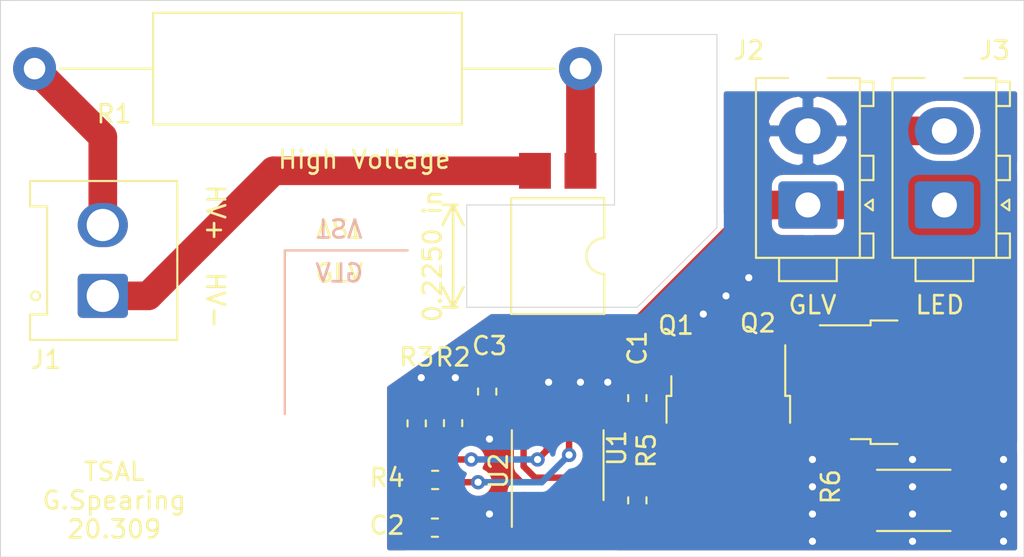
<source format=kicad_pcb>
(kicad_pcb (version 20171130) (host pcbnew 5.1.6-c6e7f7d~87~ubuntu18.04.1)

  (general
    (thickness 1.6)
    (drawings 30)
    (tracks 99)
    (zones 0)
    (modules 17)
    (nets 14)
  )

  (page A4)
  (layers
    (0 F.Cu signal)
    (31 B.Cu signal)
    (32 B.Adhes user)
    (33 F.Adhes user)
    (34 B.Paste user)
    (35 F.Paste user)
    (36 B.SilkS user)
    (37 F.SilkS user)
    (38 B.Mask user)
    (39 F.Mask user)
    (40 Dwgs.User user)
    (41 Cmts.User user)
    (42 Eco1.User user)
    (43 Eco2.User user)
    (44 Edge.Cuts user)
    (45 Margin user)
    (46 B.CrtYd user)
    (47 F.CrtYd user)
    (48 B.Fab user)
    (49 F.Fab user hide)
  )

  (setup
    (last_trace_width 0.25)
    (user_trace_width 0.25)
    (user_trace_width 0.36)
    (user_trace_width 0.6)
    (user_trace_width 1.2)
    (user_trace_width 1.6)
    (trace_clearance 0.2)
    (zone_clearance 0.36)
    (zone_45_only no)
    (trace_min 0.2)
    (via_size 0.8)
    (via_drill 0.4)
    (via_min_size 0.4)
    (via_min_drill 0.3)
    (user_via 1.2 0.6)
    (uvia_size 0.3)
    (uvia_drill 0.1)
    (uvias_allowed no)
    (uvia_min_size 0.2)
    (uvia_min_drill 0.1)
    (edge_width 0.05)
    (segment_width 0.2)
    (pcb_text_width 0.3)
    (pcb_text_size 1.5 1.5)
    (mod_edge_width 0.12)
    (mod_text_size 1 1)
    (mod_text_width 0.15)
    (pad_size 1.524 1.524)
    (pad_drill 0.762)
    (pad_to_mask_clearance 0.05)
    (aux_axis_origin 0 0)
    (visible_elements FFFFFF7F)
    (pcbplotparams
      (layerselection 0x010fc_ffffffff)
      (usegerberextensions false)
      (usegerberattributes true)
      (usegerberadvancedattributes true)
      (creategerberjobfile true)
      (excludeedgelayer true)
      (linewidth 0.100000)
      (plotframeref false)
      (viasonmask false)
      (mode 1)
      (useauxorigin false)
      (hpglpennumber 1)
      (hpglpenspeed 20)
      (hpglpendiameter 15.000000)
      (psnegative false)
      (psa4output false)
      (plotreference true)
      (plotvalue true)
      (plotinvisibletext false)
      (padsonsilk false)
      (subtractmaskfromsilk false)
      (outputformat 1)
      (mirror false)
      (drillshape 1)
      (scaleselection 1)
      (outputdirectory ""))
  )

  (net 0 "")
  (net 1 GND)
  (net 2 "Net-(C1-Pad1)")
  (net 3 /pass)
  (net 4 /HV+)
  (net 5 /HV-)
  (net 6 /RED_ON)
  (net 7 "Net-(Q1-Pad1)")
  (net 8 "Net-(R1-Pad1)")
  (net 9 VCC)
  (net 10 "Net-(R3-Pad2)")
  (net 11 +12V)
  (net 12 "Net-(Q1-Pad2)")
  (net 13 /555_OUT)

  (net_class Default "This is the default net class."
    (clearance 0.2)
    (trace_width 0.25)
    (via_dia 0.8)
    (via_drill 0.4)
    (uvia_dia 0.3)
    (uvia_drill 0.1)
    (add_net +12V)
    (add_net /555_OUT)
    (add_net /HV+)
    (add_net /HV-)
    (add_net /RED_ON)
    (add_net /pass)
    (add_net GND)
    (add_net "Net-(C1-Pad1)")
    (add_net "Net-(Q1-Pad1)")
    (add_net "Net-(Q1-Pad2)")
    (add_net "Net-(R1-Pad1)")
    (add_net "Net-(R3-Pad2)")
    (add_net VCC)
  )

  (module Capacitor_SMD:C_0603_1608Metric_Pad1.05x0.95mm_HandSolder (layer F.Cu) (tedit 5B301BBE) (tstamp 5FA26F30)
    (at 153.543 89.168 90)
    (descr "Capacitor SMD 0603 (1608 Metric), square (rectangular) end terminal, IPC_7351 nominal with elongated pad for handsoldering. (Body size source: http://www.tortai-tech.com/upload/download/2011102023233369053.pdf), generated with kicad-footprint-generator")
    (tags "capacitor handsolder")
    (path /5FACE85F)
    (attr smd)
    (fp_text reference C3 (at 2.554 0.127 180) (layer F.SilkS)
      (effects (font (size 1 1) (thickness 0.15)))
    )
    (fp_text value 0.1u (at 0 1.43 90) (layer F.Fab)
      (effects (font (size 1 1) (thickness 0.15)))
    )
    (fp_line (start 1.65 0.73) (end -1.65 0.73) (layer F.CrtYd) (width 0.05))
    (fp_line (start 1.65 -0.73) (end 1.65 0.73) (layer F.CrtYd) (width 0.05))
    (fp_line (start -1.65 -0.73) (end 1.65 -0.73) (layer F.CrtYd) (width 0.05))
    (fp_line (start -1.65 0.73) (end -1.65 -0.73) (layer F.CrtYd) (width 0.05))
    (fp_line (start -0.171267 0.51) (end 0.171267 0.51) (layer F.SilkS) (width 0.12))
    (fp_line (start -0.171267 -0.51) (end 0.171267 -0.51) (layer F.SilkS) (width 0.12))
    (fp_line (start 0.8 0.4) (end -0.8 0.4) (layer F.Fab) (width 0.1))
    (fp_line (start 0.8 -0.4) (end 0.8 0.4) (layer F.Fab) (width 0.1))
    (fp_line (start -0.8 -0.4) (end 0.8 -0.4) (layer F.Fab) (width 0.1))
    (fp_line (start -0.8 0.4) (end -0.8 -0.4) (layer F.Fab) (width 0.1))
    (fp_text user %R (at 0 0 90) (layer F.Fab)
      (effects (font (size 0.4 0.4) (thickness 0.06)))
    )
    (pad 2 smd roundrect (at 0.875 0 90) (size 1.05 0.95) (layers F.Cu F.Paste F.Mask) (roundrect_rratio 0.25)
      (net 1 GND))
    (pad 1 smd roundrect (at -0.875 0 90) (size 1.05 0.95) (layers F.Cu F.Paste F.Mask) (roundrect_rratio 0.25)
      (net 9 VCC))
    (model ${KISYS3DMOD}/Capacitor_SMD.3dshapes/C_0603_1608Metric.wrl
      (at (xyz 0 0 0))
      (scale (xyz 1 1 1))
      (rotate (xyz 0 0 0))
    )
  )

  (module Package_SO:SOIC-8_3.9x4.9mm_P1.27mm (layer F.Cu) (tedit 5D9F72B1) (tstamp 5FA25973)
    (at 157.48 93.28 90)
    (descr "SOIC, 8 Pin (JEDEC MS-012AA, https://www.analog.com/media/en/package-pcb-resources/package/pkg_pdf/soic_narrow-r/r_8.pdf), generated with kicad-footprint-generator ipc_gullwing_generator.py")
    (tags "SOIC SO")
    (path /5F9882FA)
    (attr smd)
    (fp_text reference U2 (at -0.319 -3.302 270) (layer F.SilkS)
      (effects (font (size 1 1) (thickness 0.15)))
    )
    (fp_text value LM555xM (at 0 3.4 90) (layer F.Fab)
      (effects (font (size 1 1) (thickness 0.15)))
    )
    (fp_line (start 0 2.56) (end 1.95 2.56) (layer F.SilkS) (width 0.12))
    (fp_line (start 0 2.56) (end -1.95 2.56) (layer F.SilkS) (width 0.12))
    (fp_line (start 0 -2.56) (end 1.95 -2.56) (layer F.SilkS) (width 0.12))
    (fp_line (start 0 -2.56) (end -3.45 -2.56) (layer F.SilkS) (width 0.12))
    (fp_line (start -0.975 -2.45) (end 1.95 -2.45) (layer F.Fab) (width 0.1))
    (fp_line (start 1.95 -2.45) (end 1.95 2.45) (layer F.Fab) (width 0.1))
    (fp_line (start 1.95 2.45) (end -1.95 2.45) (layer F.Fab) (width 0.1))
    (fp_line (start -1.95 2.45) (end -1.95 -1.475) (layer F.Fab) (width 0.1))
    (fp_line (start -1.95 -1.475) (end -0.975 -2.45) (layer F.Fab) (width 0.1))
    (fp_line (start -3.7 -2.7) (end -3.7 2.7) (layer F.CrtYd) (width 0.05))
    (fp_line (start -3.7 2.7) (end 3.7 2.7) (layer F.CrtYd) (width 0.05))
    (fp_line (start 3.7 2.7) (end 3.7 -2.7) (layer F.CrtYd) (width 0.05))
    (fp_line (start 3.7 -2.7) (end -3.7 -2.7) (layer F.CrtYd) (width 0.05))
    (fp_text user %R (at 0 0 90) (layer F.Fab)
      (effects (font (size 0.98 0.98) (thickness 0.15)))
    )
    (pad 8 smd roundrect (at 2.475 -1.905 90) (size 1.95 0.6) (layers F.Cu F.Paste F.Mask) (roundrect_rratio 0.25)
      (net 9 VCC))
    (pad 7 smd roundrect (at 2.475 -0.635 90) (size 1.95 0.6) (layers F.Cu F.Paste F.Mask) (roundrect_rratio 0.25)
      (net 10 "Net-(R3-Pad2)"))
    (pad 6 smd roundrect (at 2.475 0.635 90) (size 1.95 0.6) (layers F.Cu F.Paste F.Mask) (roundrect_rratio 0.25)
      (net 3 /pass))
    (pad 5 smd roundrect (at 2.475 1.905 90) (size 1.95 0.6) (layers F.Cu F.Paste F.Mask) (roundrect_rratio 0.25)
      (net 2 "Net-(C1-Pad1)"))
    (pad 4 smd roundrect (at -2.475 1.905 90) (size 1.95 0.6) (layers F.Cu F.Paste F.Mask) (roundrect_rratio 0.25)
      (net 9 VCC))
    (pad 3 smd roundrect (at -2.475 0.635 90) (size 1.95 0.6) (layers F.Cu F.Paste F.Mask) (roundrect_rratio 0.25)
      (net 13 /555_OUT))
    (pad 2 smd roundrect (at -2.475 -0.635 90) (size 1.95 0.6) (layers F.Cu F.Paste F.Mask) (roundrect_rratio 0.25)
      (net 3 /pass))
    (pad 1 smd roundrect (at -2.475 -1.905 90) (size 1.95 0.6) (layers F.Cu F.Paste F.Mask) (roundrect_rratio 0.25)
      (net 1 GND))
    (model ${KISYS3DMOD}/Package_SO.3dshapes/SOIC-8_3.9x4.9mm_P1.27mm.wrl
      (at (xyz 0 0 0))
      (scale (xyz 1 1 1))
      (rotate (xyz 0 0 0))
    )
  )

  (module Package_DIP:SMDIP-4_W9.53mm (layer F.Cu) (tedit 5A02E8C5) (tstamp 5FA23AF4)
    (at 157.48 81.595 270)
    (descr "4-lead surface-mounted (SMD) DIP package, row spacing 9.53 mm (375 mils)")
    (tags "SMD DIP DIL PDIP SMDIP 2.54mm 9.53mm 375mil")
    (path /5F9DE7CE)
    (attr smd)
    (fp_text reference U1 (at 10.734 -3.302 90) (layer F.SilkS)
      (effects (font (size 1 1) (thickness 0.15)))
    )
    (fp_text value LTV-817S (at 0 3.6 90) (layer F.Fab)
      (effects (font (size 1 1) (thickness 0.15)))
    )
    (fp_line (start -2.175 -2.54) (end 3.175 -2.54) (layer F.Fab) (width 0.1))
    (fp_line (start 3.175 -2.54) (end 3.175 2.54) (layer F.Fab) (width 0.1))
    (fp_line (start 3.175 2.54) (end -3.175 2.54) (layer F.Fab) (width 0.1))
    (fp_line (start -3.175 2.54) (end -3.175 -1.54) (layer F.Fab) (width 0.1))
    (fp_line (start -3.175 -1.54) (end -2.175 -2.54) (layer F.Fab) (width 0.1))
    (fp_line (start -1 -2.6) (end -3.235 -2.6) (layer F.SilkS) (width 0.12))
    (fp_line (start -3.235 -2.6) (end -3.235 2.6) (layer F.SilkS) (width 0.12))
    (fp_line (start -3.235 2.6) (end 3.235 2.6) (layer F.SilkS) (width 0.12))
    (fp_line (start 3.235 2.6) (end 3.235 -2.6) (layer F.SilkS) (width 0.12))
    (fp_line (start 3.235 -2.6) (end 1 -2.6) (layer F.SilkS) (width 0.12))
    (fp_line (start -6.05 -2.8) (end -6.05 2.8) (layer F.CrtYd) (width 0.05))
    (fp_line (start -6.05 2.8) (end 6.05 2.8) (layer F.CrtYd) (width 0.05))
    (fp_line (start 6.05 2.8) (end 6.05 -2.8) (layer F.CrtYd) (width 0.05))
    (fp_line (start 6.05 -2.8) (end -6.05 -2.8) (layer F.CrtYd) (width 0.05))
    (fp_text user %R (at 0 0 90) (layer F.Fab)
      (effects (font (size 1 1) (thickness 0.15)))
    )
    (fp_arc (start 0 -2.6) (end -1 -2.6) (angle -180) (layer F.SilkS) (width 0.12))
    (pad 4 smd rect (at 4.765 -1.27 270) (size 2 1.78) (layers F.Cu F.Paste F.Mask)
      (net 11 +12V))
    (pad 2 smd rect (at -4.765 1.27 270) (size 2 1.78) (layers F.Cu F.Paste F.Mask)
      (net 5 /HV-))
    (pad 3 smd rect (at 4.765 1.27 270) (size 2 1.78) (layers F.Cu F.Paste F.Mask)
      (net 9 VCC))
    (pad 1 smd rect (at -4.765 -1.27 270) (size 2 1.78) (layers F.Cu F.Paste F.Mask)
      (net 8 "Net-(R1-Pad1)"))
    (model ${KISYS3DMOD}/Package_DIP.3dshapes/SMDIP-4_W9.53mm.wrl
      (at (xyz 0 0 0))
      (scale (xyz 1 1 1))
      (rotate (xyz 0 0 0))
    )
  )

  (module Resistor_SMD:R_2512_6332Metric_Pad1.52x3.35mm_HandSolder (layer F.Cu) (tedit 5B301BBD) (tstamp 5FA23ADC)
    (at 177.3585 95.25 180)
    (descr "Resistor SMD 2512 (6332 Metric), square (rectangular) end terminal, IPC_7351 nominal with elongated pad for handsoldering. (Body size source: http://www.tortai-tech.com/upload/download/2011102023233369053.pdf), generated with kicad-footprint-generator")
    (tags "resistor handsolder")
    (path /5FA1ACEA)
    (attr smd)
    (fp_text reference R6 (at 4.6385 0.762 90) (layer F.SilkS)
      (effects (font (size 1 1) (thickness 0.15)))
    )
    (fp_text value 0.75 (at 0 2.62) (layer F.Fab)
      (effects (font (size 1 1) (thickness 0.15)))
    )
    (fp_line (start -3.15 1.6) (end -3.15 -1.6) (layer F.Fab) (width 0.1))
    (fp_line (start -3.15 -1.6) (end 3.15 -1.6) (layer F.Fab) (width 0.1))
    (fp_line (start 3.15 -1.6) (end 3.15 1.6) (layer F.Fab) (width 0.1))
    (fp_line (start 3.15 1.6) (end -3.15 1.6) (layer F.Fab) (width 0.1))
    (fp_line (start -2.052064 -1.71) (end 2.052064 -1.71) (layer F.SilkS) (width 0.12))
    (fp_line (start -2.052064 1.71) (end 2.052064 1.71) (layer F.SilkS) (width 0.12))
    (fp_line (start -4 1.92) (end -4 -1.92) (layer F.CrtYd) (width 0.05))
    (fp_line (start -4 -1.92) (end 4 -1.92) (layer F.CrtYd) (width 0.05))
    (fp_line (start 4 -1.92) (end 4 1.92) (layer F.CrtYd) (width 0.05))
    (fp_line (start 4 1.92) (end -4 1.92) (layer F.CrtYd) (width 0.05))
    (fp_text user %R (at 0 0) (layer F.Fab)
      (effects (font (size 1 1) (thickness 0.15)))
    )
    (pad 2 smd roundrect (at 2.9875 0 180) (size 1.525 3.35) (layers F.Cu F.Paste F.Mask) (roundrect_rratio 0.163934)
      (net 7 "Net-(Q1-Pad1)"))
    (pad 1 smd roundrect (at -2.9875 0 180) (size 1.525 3.35) (layers F.Cu F.Paste F.Mask) (roundrect_rratio 0.163934)
      (net 1 GND))
    (model ${KISYS3DMOD}/Resistor_SMD.3dshapes/R_2512_6332Metric.wrl
      (at (xyz 0 0 0))
      (scale (xyz 1 1 1))
      (rotate (xyz 0 0 0))
    )
  )

  (module Resistor_SMD:R_0603_1608Metric_Pad1.05x0.95mm_HandSolder (layer F.Cu) (tedit 5B301BBD) (tstamp 5FA23ACB)
    (at 161.925 95.25 270)
    (descr "Resistor SMD 0603 (1608 Metric), square (rectangular) end terminal, IPC_7351 nominal with elongated pad for handsoldering. (Body size source: http://www.tortai-tech.com/upload/download/2011102023233369053.pdf), generated with kicad-footprint-generator")
    (tags "resistor handsolder")
    (path /5F98E1B6)
    (attr smd)
    (fp_text reference R5 (at -2.78 -0.508 90) (layer F.SilkS)
      (effects (font (size 1 1) (thickness 0.15)))
    )
    (fp_text value 10k (at 0 1.43 90) (layer F.Fab)
      (effects (font (size 1 1) (thickness 0.15)))
    )
    (fp_line (start -0.8 0.4) (end -0.8 -0.4) (layer F.Fab) (width 0.1))
    (fp_line (start -0.8 -0.4) (end 0.8 -0.4) (layer F.Fab) (width 0.1))
    (fp_line (start 0.8 -0.4) (end 0.8 0.4) (layer F.Fab) (width 0.1))
    (fp_line (start 0.8 0.4) (end -0.8 0.4) (layer F.Fab) (width 0.1))
    (fp_line (start -0.171267 -0.51) (end 0.171267 -0.51) (layer F.SilkS) (width 0.12))
    (fp_line (start -0.171267 0.51) (end 0.171267 0.51) (layer F.SilkS) (width 0.12))
    (fp_line (start -1.65 0.73) (end -1.65 -0.73) (layer F.CrtYd) (width 0.05))
    (fp_line (start -1.65 -0.73) (end 1.65 -0.73) (layer F.CrtYd) (width 0.05))
    (fp_line (start 1.65 -0.73) (end 1.65 0.73) (layer F.CrtYd) (width 0.05))
    (fp_line (start 1.65 0.73) (end -1.65 0.73) (layer F.CrtYd) (width 0.05))
    (fp_text user %R (at 0 0 90) (layer F.Fab)
      (effects (font (size 0.4 0.4) (thickness 0.06)))
    )
    (pad 2 smd roundrect (at 0.875 0 270) (size 1.05 0.95) (layers F.Cu F.Paste F.Mask) (roundrect_rratio 0.25)
      (net 13 /555_OUT))
    (pad 1 smd roundrect (at -0.875 0 270) (size 1.05 0.95) (layers F.Cu F.Paste F.Mask) (roundrect_rratio 0.25)
      (net 12 "Net-(Q1-Pad2)"))
    (model ${KISYS3DMOD}/Resistor_SMD.3dshapes/R_0603_1608Metric.wrl
      (at (xyz 0 0 0))
      (scale (xyz 1 1 1))
      (rotate (xyz 0 0 0))
    )
  )

  (module Resistor_SMD:R_0603_1608Metric_Pad1.05x0.95mm_HandSolder (layer F.Cu) (tedit 5B301BBD) (tstamp 5FA23ABA)
    (at 150.636 94.107)
    (descr "Resistor SMD 0603 (1608 Metric), square (rectangular) end terminal, IPC_7351 nominal with elongated pad for handsoldering. (Body size source: http://www.tortai-tech.com/upload/download/2011102023233369053.pdf), generated with kicad-footprint-generator")
    (tags "resistor handsolder")
    (path /5F99A37B)
    (attr smd)
    (fp_text reference R4 (at -2.681 -0.127) (layer F.SilkS)
      (effects (font (size 1 1) (thickness 0.15)))
    )
    (fp_text value 235k (at 0 1.43) (layer F.Fab)
      (effects (font (size 1 1) (thickness 0.15)))
    )
    (fp_line (start -0.8 0.4) (end -0.8 -0.4) (layer F.Fab) (width 0.1))
    (fp_line (start -0.8 -0.4) (end 0.8 -0.4) (layer F.Fab) (width 0.1))
    (fp_line (start 0.8 -0.4) (end 0.8 0.4) (layer F.Fab) (width 0.1))
    (fp_line (start 0.8 0.4) (end -0.8 0.4) (layer F.Fab) (width 0.1))
    (fp_line (start -0.171267 -0.51) (end 0.171267 -0.51) (layer F.SilkS) (width 0.12))
    (fp_line (start -0.171267 0.51) (end 0.171267 0.51) (layer F.SilkS) (width 0.12))
    (fp_line (start -1.65 0.73) (end -1.65 -0.73) (layer F.CrtYd) (width 0.05))
    (fp_line (start -1.65 -0.73) (end 1.65 -0.73) (layer F.CrtYd) (width 0.05))
    (fp_line (start 1.65 -0.73) (end 1.65 0.73) (layer F.CrtYd) (width 0.05))
    (fp_line (start 1.65 0.73) (end -1.65 0.73) (layer F.CrtYd) (width 0.05))
    (fp_text user %R (at 0 0) (layer F.Fab)
      (effects (font (size 0.4 0.4) (thickness 0.06)))
    )
    (pad 2 smd roundrect (at 0.875 0) (size 1.05 0.95) (layers F.Cu F.Paste F.Mask) (roundrect_rratio 0.25)
      (net 3 /pass))
    (pad 1 smd roundrect (at -0.875 0) (size 1.05 0.95) (layers F.Cu F.Paste F.Mask) (roundrect_rratio 0.25)
      (net 10 "Net-(R3-Pad2)"))
    (model ${KISYS3DMOD}/Resistor_SMD.3dshapes/R_0603_1608Metric.wrl
      (at (xyz 0 0 0))
      (scale (xyz 1 1 1))
      (rotate (xyz 0 0 0))
    )
  )

  (module Resistor_SMD:R_0603_1608Metric_Pad1.05x0.95mm_HandSolder (layer F.Cu) (tedit 5B301BBD) (tstamp 5FA23AA9)
    (at 149.606 90.946 270)
    (descr "Resistor SMD 0603 (1608 Metric), square (rectangular) end terminal, IPC_7351 nominal with elongated pad for handsoldering. (Body size source: http://www.tortai-tech.com/upload/download/2011102023233369053.pdf), generated with kicad-footprint-generator")
    (tags "resistor handsolder")
    (path /5F99ABB4)
    (attr smd)
    (fp_text reference R3 (at -3.697 0 180) (layer F.SilkS)
      (effects (font (size 1 1) (thickness 0.15)))
    )
    (fp_text value 100k (at 0 1.43 90) (layer F.Fab)
      (effects (font (size 1 1) (thickness 0.15)))
    )
    (fp_line (start -0.8 0.4) (end -0.8 -0.4) (layer F.Fab) (width 0.1))
    (fp_line (start -0.8 -0.4) (end 0.8 -0.4) (layer F.Fab) (width 0.1))
    (fp_line (start 0.8 -0.4) (end 0.8 0.4) (layer F.Fab) (width 0.1))
    (fp_line (start 0.8 0.4) (end -0.8 0.4) (layer F.Fab) (width 0.1))
    (fp_line (start -0.171267 -0.51) (end 0.171267 -0.51) (layer F.SilkS) (width 0.12))
    (fp_line (start -0.171267 0.51) (end 0.171267 0.51) (layer F.SilkS) (width 0.12))
    (fp_line (start -1.65 0.73) (end -1.65 -0.73) (layer F.CrtYd) (width 0.05))
    (fp_line (start -1.65 -0.73) (end 1.65 -0.73) (layer F.CrtYd) (width 0.05))
    (fp_line (start 1.65 -0.73) (end 1.65 0.73) (layer F.CrtYd) (width 0.05))
    (fp_line (start 1.65 0.73) (end -1.65 0.73) (layer F.CrtYd) (width 0.05))
    (fp_text user %R (at 0 0 90) (layer F.Fab)
      (effects (font (size 0.4 0.4) (thickness 0.06)))
    )
    (pad 2 smd roundrect (at 0.875 0 270) (size 1.05 0.95) (layers F.Cu F.Paste F.Mask) (roundrect_rratio 0.25)
      (net 10 "Net-(R3-Pad2)"))
    (pad 1 smd roundrect (at -0.875 0 270) (size 1.05 0.95) (layers F.Cu F.Paste F.Mask) (roundrect_rratio 0.25)
      (net 9 VCC))
    (model ${KISYS3DMOD}/Resistor_SMD.3dshapes/R_0603_1608Metric.wrl
      (at (xyz 0 0 0))
      (scale (xyz 1 1 1))
      (rotate (xyz 0 0 0))
    )
  )

  (module Resistor_SMD:R_0603_1608Metric_Pad1.05x0.95mm_HandSolder (layer F.Cu) (tedit 5B301BBD) (tstamp 5FA23A98)
    (at 151.638 90.932 270)
    (descr "Resistor SMD 0603 (1608 Metric), square (rectangular) end terminal, IPC_7351 nominal with elongated pad for handsoldering. (Body size source: http://www.tortai-tech.com/upload/download/2011102023233369053.pdf), generated with kicad-footprint-generator")
    (tags "resistor handsolder")
    (path /5F9B2DED)
    (attr smd)
    (fp_text reference R2 (at -3.683 0 180) (layer F.SilkS)
      (effects (font (size 1 1) (thickness 0.15)))
    )
    (fp_text value 10k (at 0 1.43 90) (layer F.Fab)
      (effects (font (size 1 1) (thickness 0.15)))
    )
    (fp_line (start -0.8 0.4) (end -0.8 -0.4) (layer F.Fab) (width 0.1))
    (fp_line (start -0.8 -0.4) (end 0.8 -0.4) (layer F.Fab) (width 0.1))
    (fp_line (start 0.8 -0.4) (end 0.8 0.4) (layer F.Fab) (width 0.1))
    (fp_line (start 0.8 0.4) (end -0.8 0.4) (layer F.Fab) (width 0.1))
    (fp_line (start -0.171267 -0.51) (end 0.171267 -0.51) (layer F.SilkS) (width 0.12))
    (fp_line (start -0.171267 0.51) (end 0.171267 0.51) (layer F.SilkS) (width 0.12))
    (fp_line (start -1.65 0.73) (end -1.65 -0.73) (layer F.CrtYd) (width 0.05))
    (fp_line (start -1.65 -0.73) (end 1.65 -0.73) (layer F.CrtYd) (width 0.05))
    (fp_line (start 1.65 -0.73) (end 1.65 0.73) (layer F.CrtYd) (width 0.05))
    (fp_line (start 1.65 0.73) (end -1.65 0.73) (layer F.CrtYd) (width 0.05))
    (fp_text user %R (at 0 0 90) (layer F.Fab)
      (effects (font (size 0.4 0.4) (thickness 0.06)))
    )
    (pad 2 smd roundrect (at 0.875 0 270) (size 1.05 0.95) (layers F.Cu F.Paste F.Mask) (roundrect_rratio 0.25)
      (net 1 GND))
    (pad 1 smd roundrect (at -0.875 0 270) (size 1.05 0.95) (layers F.Cu F.Paste F.Mask) (roundrect_rratio 0.25)
      (net 9 VCC))
    (model ${KISYS3DMOD}/Resistor_SMD.3dshapes/R_0603_1608Metric.wrl
      (at (xyz 0 0 0))
      (scale (xyz 1 1 1))
      (rotate (xyz 0 0 0))
    )
  )

  (module Resistor_THT:R_Axial_DIN0617_L17.0mm_D6.0mm_P30.48mm_Horizontal (layer F.Cu) (tedit 5AE5139B) (tstamp 5FA23A87)
    (at 158.75 71.12 180)
    (descr "Resistor, Axial_DIN0617 series, Axial, Horizontal, pin pitch=30.48mm, 2W, length*diameter=17*6mm^2, http://www.vishay.com/docs/20128/wkxwrx.pdf")
    (tags "Resistor Axial_DIN0617 series Axial Horizontal pin pitch 30.48mm 2W length 17mm diameter 6mm")
    (path /5F9B78C3)
    (fp_text reference R1 (at 26.035 -2.54) (layer F.SilkS)
      (effects (font (size 1 1) (thickness 0.15)))
    )
    (fp_text value 39k (at 15.24 4.12) (layer F.Fab)
      (effects (font (size 1 1) (thickness 0.15)))
    )
    (fp_line (start 6.74 -3) (end 6.74 3) (layer F.Fab) (width 0.1))
    (fp_line (start 6.74 3) (end 23.74 3) (layer F.Fab) (width 0.1))
    (fp_line (start 23.74 3) (end 23.74 -3) (layer F.Fab) (width 0.1))
    (fp_line (start 23.74 -3) (end 6.74 -3) (layer F.Fab) (width 0.1))
    (fp_line (start 0 0) (end 6.74 0) (layer F.Fab) (width 0.1))
    (fp_line (start 30.48 0) (end 23.74 0) (layer F.Fab) (width 0.1))
    (fp_line (start 6.62 -3.12) (end 6.62 3.12) (layer F.SilkS) (width 0.12))
    (fp_line (start 6.62 3.12) (end 23.86 3.12) (layer F.SilkS) (width 0.12))
    (fp_line (start 23.86 3.12) (end 23.86 -3.12) (layer F.SilkS) (width 0.12))
    (fp_line (start 23.86 -3.12) (end 6.62 -3.12) (layer F.SilkS) (width 0.12))
    (fp_line (start 1.44 0) (end 6.62 0) (layer F.SilkS) (width 0.12))
    (fp_line (start 29.04 0) (end 23.86 0) (layer F.SilkS) (width 0.12))
    (fp_line (start -1.45 -3.25) (end -1.45 3.25) (layer F.CrtYd) (width 0.05))
    (fp_line (start -1.45 3.25) (end 31.94 3.25) (layer F.CrtYd) (width 0.05))
    (fp_line (start 31.94 3.25) (end 31.94 -3.25) (layer F.CrtYd) (width 0.05))
    (fp_line (start 31.94 -3.25) (end -1.45 -3.25) (layer F.CrtYd) (width 0.05))
    (fp_text user %R (at 15.24 0) (layer F.Fab)
      (effects (font (size 1 1) (thickness 0.15)))
    )
    (pad 2 thru_hole oval (at 30.48 0 180) (size 2.4 2.4) (drill 1.2) (layers *.Cu *.Mask)
      (net 4 /HV+))
    (pad 1 thru_hole circle (at 0 0 180) (size 2.4 2.4) (drill 1.2) (layers *.Cu *.Mask)
      (net 8 "Net-(R1-Pad1)"))
    (model ${KISYS3DMOD}/Resistor_THT.3dshapes/R_Axial_DIN0617_L17.0mm_D6.0mm_P30.48mm_Horizontal.wrl
      (at (xyz 0 0 0))
      (scale (xyz 1 1 1))
      (rotate (xyz 0 0 0))
    )
  )

  (module Package_TO_SOT_SMD:TO-252-3_TabPin2 (layer F.Cu) (tedit 5A70F30B) (tstamp 5FA23A70)
    (at 177.419 88.646)
    (descr "TO-252 / DPAK SMD package, http://www.infineon.com/cms/en/product/packages/PG-TO252/PG-TO252-3-1/")
    (tags "DPAK TO-252 DPAK-3 TO-252-3 SOT-428")
    (path /5FA4B7C9)
    (attr smd)
    (fp_text reference Q2 (at -8.763 -3.302 180) (layer F.SilkS)
      (effects (font (size 1 1) (thickness 0.15)))
    )
    (fp_text value 040N03LG (at 0 4.5) (layer F.Fab)
      (effects (font (size 1 1) (thickness 0.15)))
    )
    (fp_line (start 3.95 -2.7) (end 4.95 -2.7) (layer F.Fab) (width 0.1))
    (fp_line (start 4.95 -2.7) (end 4.95 2.7) (layer F.Fab) (width 0.1))
    (fp_line (start 4.95 2.7) (end 3.95 2.7) (layer F.Fab) (width 0.1))
    (fp_line (start 3.95 -3.25) (end 3.95 3.25) (layer F.Fab) (width 0.1))
    (fp_line (start 3.95 3.25) (end -2.27 3.25) (layer F.Fab) (width 0.1))
    (fp_line (start -2.27 3.25) (end -2.27 -2.25) (layer F.Fab) (width 0.1))
    (fp_line (start -2.27 -2.25) (end -1.27 -3.25) (layer F.Fab) (width 0.1))
    (fp_line (start -1.27 -3.25) (end 3.95 -3.25) (layer F.Fab) (width 0.1))
    (fp_line (start -1.865 -2.655) (end -4.97 -2.655) (layer F.Fab) (width 0.1))
    (fp_line (start -4.97 -2.655) (end -4.97 -1.905) (layer F.Fab) (width 0.1))
    (fp_line (start -4.97 -1.905) (end -2.27 -1.905) (layer F.Fab) (width 0.1))
    (fp_line (start -2.27 -0.375) (end -4.97 -0.375) (layer F.Fab) (width 0.1))
    (fp_line (start -4.97 -0.375) (end -4.97 0.375) (layer F.Fab) (width 0.1))
    (fp_line (start -4.97 0.375) (end -2.27 0.375) (layer F.Fab) (width 0.1))
    (fp_line (start -2.27 1.905) (end -4.97 1.905) (layer F.Fab) (width 0.1))
    (fp_line (start -4.97 1.905) (end -4.97 2.655) (layer F.Fab) (width 0.1))
    (fp_line (start -4.97 2.655) (end -2.27 2.655) (layer F.Fab) (width 0.1))
    (fp_line (start -0.97 -3.45) (end -2.47 -3.45) (layer F.SilkS) (width 0.12))
    (fp_line (start -2.47 -3.45) (end -2.47 -3.18) (layer F.SilkS) (width 0.12))
    (fp_line (start -2.47 -3.18) (end -5.3 -3.18) (layer F.SilkS) (width 0.12))
    (fp_line (start -0.97 3.45) (end -2.47 3.45) (layer F.SilkS) (width 0.12))
    (fp_line (start -2.47 3.45) (end -2.47 3.18) (layer F.SilkS) (width 0.12))
    (fp_line (start -2.47 3.18) (end -3.57 3.18) (layer F.SilkS) (width 0.12))
    (fp_line (start -5.55 -3.5) (end -5.55 3.5) (layer F.CrtYd) (width 0.05))
    (fp_line (start -5.55 3.5) (end 5.55 3.5) (layer F.CrtYd) (width 0.05))
    (fp_line (start 5.55 3.5) (end 5.55 -3.5) (layer F.CrtYd) (width 0.05))
    (fp_line (start 5.55 -3.5) (end -5.55 -3.5) (layer F.CrtYd) (width 0.05))
    (fp_text user %R (at 0 0) (layer F.Fab)
      (effects (font (size 1 1) (thickness 0.15)))
    )
    (pad "" smd rect (at 0.425 1.525) (size 3.05 2.75) (layers F.Paste))
    (pad "" smd rect (at 3.775 -1.525) (size 3.05 2.75) (layers F.Paste))
    (pad "" smd rect (at 0.425 -1.525) (size 3.05 2.75) (layers F.Paste))
    (pad "" smd rect (at 3.775 1.525) (size 3.05 2.75) (layers F.Paste))
    (pad 2 smd rect (at 2.1 0) (size 6.4 5.8) (layers F.Cu F.Mask)
      (net 6 /RED_ON))
    (pad 3 smd rect (at -4.2 2.28) (size 2.2 1.2) (layers F.Cu F.Paste F.Mask)
      (net 7 "Net-(Q1-Pad1)"))
    (pad 2 smd rect (at -4.2 0) (size 2.2 1.2) (layers F.Cu F.Paste F.Mask)
      (net 6 /RED_ON))
    (pad 1 smd rect (at -4.2 -2.28) (size 2.2 1.2) (layers F.Cu F.Paste F.Mask)
      (net 12 "Net-(Q1-Pad2)"))
    (model ${KISYS3DMOD}/Package_TO_SOT_SMD.3dshapes/TO-252-3_TabPin2.wrl
      (at (xyz 0 0 0))
      (scale (xyz 1 1 1))
      (rotate (xyz 0 0 0))
    )
  )

  (module Package_TO_SOT_SMD:TO-252-3_TabPin2 (layer F.Cu) (tedit 5A70F30B) (tstamp 5FA2550C)
    (at 167.005 91.88 270)
    (descr "TO-252 / DPAK SMD package, http://www.infineon.com/cms/en/product/packages/PG-TO252/PG-TO252-3-1/")
    (tags "DPAK TO-252 DPAK-3 TO-252-3 SOT-428")
    (path /5F98B2DE)
    (attr smd)
    (fp_text reference Q1 (at -6.409 2.921 180) (layer F.SilkS)
      (effects (font (size 1 1) (thickness 0.15)))
    )
    (fp_text value 040N03LG (at 0 4.5 90) (layer F.Fab)
      (effects (font (size 1 1) (thickness 0.15)))
    )
    (fp_line (start 3.95 -2.7) (end 4.95 -2.7) (layer F.Fab) (width 0.1))
    (fp_line (start 4.95 -2.7) (end 4.95 2.7) (layer F.Fab) (width 0.1))
    (fp_line (start 4.95 2.7) (end 3.95 2.7) (layer F.Fab) (width 0.1))
    (fp_line (start 3.95 -3.25) (end 3.95 3.25) (layer F.Fab) (width 0.1))
    (fp_line (start 3.95 3.25) (end -2.27 3.25) (layer F.Fab) (width 0.1))
    (fp_line (start -2.27 3.25) (end -2.27 -2.25) (layer F.Fab) (width 0.1))
    (fp_line (start -2.27 -2.25) (end -1.27 -3.25) (layer F.Fab) (width 0.1))
    (fp_line (start -1.27 -3.25) (end 3.95 -3.25) (layer F.Fab) (width 0.1))
    (fp_line (start -1.865 -2.655) (end -4.97 -2.655) (layer F.Fab) (width 0.1))
    (fp_line (start -4.97 -2.655) (end -4.97 -1.905) (layer F.Fab) (width 0.1))
    (fp_line (start -4.97 -1.905) (end -2.27 -1.905) (layer F.Fab) (width 0.1))
    (fp_line (start -2.27 -0.375) (end -4.97 -0.375) (layer F.Fab) (width 0.1))
    (fp_line (start -4.97 -0.375) (end -4.97 0.375) (layer F.Fab) (width 0.1))
    (fp_line (start -4.97 0.375) (end -2.27 0.375) (layer F.Fab) (width 0.1))
    (fp_line (start -2.27 1.905) (end -4.97 1.905) (layer F.Fab) (width 0.1))
    (fp_line (start -4.97 1.905) (end -4.97 2.655) (layer F.Fab) (width 0.1))
    (fp_line (start -4.97 2.655) (end -2.27 2.655) (layer F.Fab) (width 0.1))
    (fp_line (start -0.97 -3.45) (end -2.47 -3.45) (layer F.SilkS) (width 0.12))
    (fp_line (start -2.47 -3.45) (end -2.47 -3.18) (layer F.SilkS) (width 0.12))
    (fp_line (start -2.47 -3.18) (end -5.3 -3.18) (layer F.SilkS) (width 0.12))
    (fp_line (start -0.97 3.45) (end -2.47 3.45) (layer F.SilkS) (width 0.12))
    (fp_line (start -2.47 3.45) (end -2.47 3.18) (layer F.SilkS) (width 0.12))
    (fp_line (start -2.47 3.18) (end -3.57 3.18) (layer F.SilkS) (width 0.12))
    (fp_line (start -5.55 -3.5) (end -5.55 3.5) (layer F.CrtYd) (width 0.05))
    (fp_line (start -5.55 3.5) (end 5.55 3.5) (layer F.CrtYd) (width 0.05))
    (fp_line (start 5.55 3.5) (end 5.55 -3.5) (layer F.CrtYd) (width 0.05))
    (fp_line (start 5.55 -3.5) (end -5.55 -3.5) (layer F.CrtYd) (width 0.05))
    (fp_text user %R (at 0 0 90) (layer F.Fab)
      (effects (font (size 1 1) (thickness 0.15)))
    )
    (pad "" smd rect (at 0.425 1.525 270) (size 3.05 2.75) (layers F.Paste))
    (pad "" smd rect (at 3.775 -1.525 270) (size 3.05 2.75) (layers F.Paste))
    (pad "" smd rect (at 0.425 -1.525 270) (size 3.05 2.75) (layers F.Paste))
    (pad "" smd rect (at 3.775 1.525 270) (size 3.05 2.75) (layers F.Paste))
    (pad 2 smd rect (at 2.1 0 270) (size 6.4 5.8) (layers F.Cu F.Mask)
      (net 12 "Net-(Q1-Pad2)"))
    (pad 3 smd rect (at -4.2 2.28 270) (size 2.2 1.2) (layers F.Cu F.Paste F.Mask)
      (net 1 GND))
    (pad 2 smd rect (at -4.2 0 270) (size 2.2 1.2) (layers F.Cu F.Paste F.Mask)
      (net 12 "Net-(Q1-Pad2)"))
    (pad 1 smd rect (at -4.2 -2.28 270) (size 2.2 1.2) (layers F.Cu F.Paste F.Mask)
      (net 7 "Net-(Q1-Pad1)"))
    (model ${KISYS3DMOD}/Package_TO_SOT_SMD.3dshapes/TO-252-3_TabPin2.wrl
      (at (xyz 0 0 0))
      (scale (xyz 1 1 1))
      (rotate (xyz 0 0 0))
    )
  )

  (module Connector_TE-Connectivity:TE_MATE-N-LOK_1-770866-x_1x02_P4.14mm_Vertical (layer F.Cu) (tedit 5B787EAA) (tstamp 5FA23A20)
    (at 179.07 78.74 180)
    (descr "Molex Mini-Universal MATE-N-LOK, old mpn/engineering number: 1-770866-x, 2 Pins per row (http://www.te.com/commerce/DocumentDelivery/DDEController?Action=srchrtrv&DocNm=82181_SOFTSHELL_HIGH_DENSITY&DocType=CS&DocLang=EN), generated with kicad-footprint-generator")
    (tags "connector TE MATE-N-LOK side entry")
    (path /5F996B98)
    (fp_text reference J3 (at -2.794 8.636 180) (layer F.SilkS)
      (effects (font (size 1 1) (thickness 0.15)))
    )
    (fp_text value 172165-1 (at 0 11.37) (layer F.Fab)
      (effects (font (size 1 1) (thickness 0.15)))
    )
    (fp_line (start -2.79 -2.845) (end -2.79 6.985) (layer F.Fab) (width 0.1))
    (fp_line (start -2.79 6.985) (end 2.79 6.985) (layer F.Fab) (width 0.1))
    (fp_line (start 2.79 6.985) (end 2.79 -2.845) (layer F.Fab) (width 0.1))
    (fp_line (start 2.79 -2.845) (end -2.79 -2.845) (layer F.Fab) (width 0.1))
    (fp_line (start 0 -2.955) (end -2.9 -2.955) (layer F.SilkS) (width 0.12))
    (fp_line (start -2.9 -2.955) (end -2.9 7.095) (layer F.SilkS) (width 0.12))
    (fp_line (start -2.9 7.095) (end -1.103302 7.095) (layer F.SilkS) (width 0.12))
    (fp_line (start 0 -2.955) (end 2.9 -2.955) (layer F.SilkS) (width 0.12))
    (fp_line (start 2.9 -2.955) (end 2.9 7.095) (layer F.SilkS) (width 0.12))
    (fp_line (start 2.9 7.095) (end 1.103302 7.095) (layer F.SilkS) (width 0.12))
    (fp_line (start -1.5 -2.845) (end -1.5 -4.145) (layer F.Fab) (width 0.1))
    (fp_line (start -1.5 -4.145) (end 1.5 -4.145) (layer F.Fab) (width 0.1))
    (fp_line (start 1.5 -4.145) (end 1.5 -2.845) (layer F.Fab) (width 0.1))
    (fp_line (start -1.61 -2.955) (end -1.61 -4.255) (layer F.SilkS) (width 0.12))
    (fp_line (start -1.61 -4.255) (end 1.61 -4.255) (layer F.SilkS) (width 0.12))
    (fp_line (start 1.61 -4.255) (end 1.61 -2.955) (layer F.SilkS) (width 0.12))
    (fp_line (start -2.79 -2.845) (end -3.55 -2.845) (layer F.Fab) (width 0.1))
    (fp_line (start -3.55 -2.845) (end -3.55 -1.705) (layer F.Fab) (width 0.1))
    (fp_line (start -3.55 -1.705) (end -2.79 -1.705) (layer F.Fab) (width 0.1))
    (fp_line (start -2.9 -2.955) (end -3.66 -2.955) (layer F.SilkS) (width 0.12))
    (fp_line (start -3.66 -2.955) (end -3.66 -1.595) (layer F.SilkS) (width 0.12))
    (fp_line (start -3.66 -1.595) (end -2.9 -1.595) (layer F.SilkS) (width 0.12))
    (fp_line (start -2.79 1.5) (end -3.55 1.5) (layer F.Fab) (width 0.1))
    (fp_line (start -3.55 1.5) (end -3.55 2.64) (layer F.Fab) (width 0.1))
    (fp_line (start -3.55 2.64) (end -2.79 2.64) (layer F.Fab) (width 0.1))
    (fp_line (start -2.9 1.39) (end -3.66 1.39) (layer F.SilkS) (width 0.12))
    (fp_line (start -3.66 1.39) (end -3.66 2.75) (layer F.SilkS) (width 0.12))
    (fp_line (start -3.66 2.75) (end -2.9 2.75) (layer F.SilkS) (width 0.12))
    (fp_line (start -2.79 5.64) (end -3.55 5.64) (layer F.Fab) (width 0.1))
    (fp_line (start -3.55 5.64) (end -3.55 6.78) (layer F.Fab) (width 0.1))
    (fp_line (start -3.55 6.78) (end -2.79 6.78) (layer F.Fab) (width 0.1))
    (fp_line (start -2.9 5.53) (end -3.66 5.53) (layer F.SilkS) (width 0.12))
    (fp_line (start -3.66 5.53) (end -3.66 6.89) (layer F.SilkS) (width 0.12))
    (fp_line (start -3.66 6.89) (end -2.9 6.89) (layer F.SilkS) (width 0.12))
    (fp_line (start 0.8 6.985) (end 0.8 7.645) (layer F.Fab) (width 0.1))
    (fp_line (start -0.8 6.985) (end -0.8 7.645) (layer F.Fab) (width 0.1))
    (fp_line (start 1.733977 7.645) (end -1.733977 7.645) (layer F.Fab) (width 0.1))
    (fp_line (start 1.699672 9.576) (end -1.699672 9.576) (layer F.Fab) (width 0.1))
    (fp_line (start -3.2 0) (end -3.624264 0.3) (layer F.SilkS) (width 0.12))
    (fp_line (start -3.624264 0.3) (end -3.624264 -0.3) (layer F.SilkS) (width 0.12))
    (fp_line (start -3.624264 -0.3) (end -3.2 0) (layer F.SilkS) (width 0.12))
    (fp_line (start -2.79 -1) (end -1.375786 0) (layer F.Fab) (width 0.1))
    (fp_line (start -1.375786 0) (end -2.79 1) (layer F.Fab) (width 0.1))
    (fp_line (start -4.05 -4.65) (end -4.05 10.67) (layer F.CrtYd) (width 0.05))
    (fp_line (start -4.05 10.67) (end 3.29 10.67) (layer F.CrtYd) (width 0.05))
    (fp_line (start 3.29 10.67) (end 3.29 -4.65) (layer F.CrtYd) (width 0.05))
    (fp_line (start 3.29 -4.65) (end -4.05 -4.65) (layer F.CrtYd) (width 0.05))
    (fp_text user %R (at 2.09 2.07 90) (layer F.Fab)
      (effects (font (size 1 1) (thickness 0.15)))
    )
    (fp_arc (start 0 8.58) (end -1.733977 7.645) (angle -58.704676) (layer F.Fab) (width 0.1))
    (fp_arc (start 0 8.58) (end 1.733977 7.645) (angle 58.704676) (layer F.Fab) (width 0.1))
    (pad "" np_thru_hole circle (at 0 8.58 180) (size 3.18 3.18) (drill 3.18) (layers *.Cu *.Mask))
    (pad 2 thru_hole oval (at 0 4.14 180) (size 3.3 2.64) (drill 1.4) (layers *.Cu *.Mask)
      (net 11 +12V))
    (pad 1 thru_hole roundrect (at 0 0 180) (size 3.3 2.64) (drill 1.4) (layers *.Cu *.Mask) (roundrect_rratio 0.094697)
      (net 6 /RED_ON))
    (model ${KISYS3DMOD}/Connector_TE-Connectivity.3dshapes/TE_MATE-N-LOK_1-770866-x_1x02_P4.14mm_Vertical.wrl
      (at (xyz 0 0 0))
      (scale (xyz 1 1 1))
      (rotate (xyz 0 0 0))
    )
  )

  (module Connector_TE-Connectivity:TE_MATE-N-LOK_1-770866-x_1x02_P4.14mm_Vertical (layer F.Cu) (tedit 5B787EAA) (tstamp 5FA239E7)
    (at 171.45 78.74 180)
    (descr "Molex Mini-Universal MATE-N-LOK, old mpn/engineering number: 1-770866-x, 2 Pins per row (http://www.te.com/commerce/DocumentDelivery/DDEController?Action=srchrtrv&DocNm=82181_SOFTSHELL_HIGH_DENSITY&DocType=CS&DocLang=EN), generated with kicad-footprint-generator")
    (tags "connector TE MATE-N-LOK side entry")
    (path /5FA7ECF0)
    (fp_text reference J2 (at 3.302 8.636) (layer F.SilkS)
      (effects (font (size 1 1) (thickness 0.15)))
    )
    (fp_text value 172165-1 (at 0 11.37) (layer F.Fab)
      (effects (font (size 1 1) (thickness 0.15)))
    )
    (fp_line (start -2.79 -2.845) (end -2.79 6.985) (layer F.Fab) (width 0.1))
    (fp_line (start -2.79 6.985) (end 2.79 6.985) (layer F.Fab) (width 0.1))
    (fp_line (start 2.79 6.985) (end 2.79 -2.845) (layer F.Fab) (width 0.1))
    (fp_line (start 2.79 -2.845) (end -2.79 -2.845) (layer F.Fab) (width 0.1))
    (fp_line (start 0 -2.955) (end -2.9 -2.955) (layer F.SilkS) (width 0.12))
    (fp_line (start -2.9 -2.955) (end -2.9 7.095) (layer F.SilkS) (width 0.12))
    (fp_line (start -2.9 7.095) (end -1.103302 7.095) (layer F.SilkS) (width 0.12))
    (fp_line (start 0 -2.955) (end 2.9 -2.955) (layer F.SilkS) (width 0.12))
    (fp_line (start 2.9 -2.955) (end 2.9 7.095) (layer F.SilkS) (width 0.12))
    (fp_line (start 2.9 7.095) (end 1.103302 7.095) (layer F.SilkS) (width 0.12))
    (fp_line (start -1.5 -2.845) (end -1.5 -4.145) (layer F.Fab) (width 0.1))
    (fp_line (start -1.5 -4.145) (end 1.5 -4.145) (layer F.Fab) (width 0.1))
    (fp_line (start 1.5 -4.145) (end 1.5 -2.845) (layer F.Fab) (width 0.1))
    (fp_line (start -1.61 -2.955) (end -1.61 -4.255) (layer F.SilkS) (width 0.12))
    (fp_line (start -1.61 -4.255) (end 1.61 -4.255) (layer F.SilkS) (width 0.12))
    (fp_line (start 1.61 -4.255) (end 1.61 -2.955) (layer F.SilkS) (width 0.12))
    (fp_line (start -2.79 -2.845) (end -3.55 -2.845) (layer F.Fab) (width 0.1))
    (fp_line (start -3.55 -2.845) (end -3.55 -1.705) (layer F.Fab) (width 0.1))
    (fp_line (start -3.55 -1.705) (end -2.79 -1.705) (layer F.Fab) (width 0.1))
    (fp_line (start -2.9 -2.955) (end -3.66 -2.955) (layer F.SilkS) (width 0.12))
    (fp_line (start -3.66 -2.955) (end -3.66 -1.595) (layer F.SilkS) (width 0.12))
    (fp_line (start -3.66 -1.595) (end -2.9 -1.595) (layer F.SilkS) (width 0.12))
    (fp_line (start -2.79 1.5) (end -3.55 1.5) (layer F.Fab) (width 0.1))
    (fp_line (start -3.55 1.5) (end -3.55 2.64) (layer F.Fab) (width 0.1))
    (fp_line (start -3.55 2.64) (end -2.79 2.64) (layer F.Fab) (width 0.1))
    (fp_line (start -2.9 1.39) (end -3.66 1.39) (layer F.SilkS) (width 0.12))
    (fp_line (start -3.66 1.39) (end -3.66 2.75) (layer F.SilkS) (width 0.12))
    (fp_line (start -3.66 2.75) (end -2.9 2.75) (layer F.SilkS) (width 0.12))
    (fp_line (start -2.79 5.64) (end -3.55 5.64) (layer F.Fab) (width 0.1))
    (fp_line (start -3.55 5.64) (end -3.55 6.78) (layer F.Fab) (width 0.1))
    (fp_line (start -3.55 6.78) (end -2.79 6.78) (layer F.Fab) (width 0.1))
    (fp_line (start -2.9 5.53) (end -3.66 5.53) (layer F.SilkS) (width 0.12))
    (fp_line (start -3.66 5.53) (end -3.66 6.89) (layer F.SilkS) (width 0.12))
    (fp_line (start -3.66 6.89) (end -2.9 6.89) (layer F.SilkS) (width 0.12))
    (fp_line (start 0.8 6.985) (end 0.8 7.645) (layer F.Fab) (width 0.1))
    (fp_line (start -0.8 6.985) (end -0.8 7.645) (layer F.Fab) (width 0.1))
    (fp_line (start 1.733977 7.645) (end -1.733977 7.645) (layer F.Fab) (width 0.1))
    (fp_line (start 1.699672 9.576) (end -1.699672 9.576) (layer F.Fab) (width 0.1))
    (fp_line (start -3.2 0) (end -3.624264 0.3) (layer F.SilkS) (width 0.12))
    (fp_line (start -3.624264 0.3) (end -3.624264 -0.3) (layer F.SilkS) (width 0.12))
    (fp_line (start -3.624264 -0.3) (end -3.2 0) (layer F.SilkS) (width 0.12))
    (fp_line (start -2.79 -1) (end -1.375786 0) (layer F.Fab) (width 0.1))
    (fp_line (start -1.375786 0) (end -2.79 1) (layer F.Fab) (width 0.1))
    (fp_line (start -4.05 -4.65) (end -4.05 10.67) (layer F.CrtYd) (width 0.05))
    (fp_line (start -4.05 10.67) (end 3.29 10.67) (layer F.CrtYd) (width 0.05))
    (fp_line (start 3.29 10.67) (end 3.29 -4.65) (layer F.CrtYd) (width 0.05))
    (fp_line (start 3.29 -4.65) (end -4.05 -4.65) (layer F.CrtYd) (width 0.05))
    (fp_text user %R (at 2.09 2.07 90) (layer F.Fab)
      (effects (font (size 1 1) (thickness 0.15)))
    )
    (fp_arc (start 0 8.58) (end -1.733977 7.645) (angle -58.704676) (layer F.Fab) (width 0.1))
    (fp_arc (start 0 8.58) (end 1.733977 7.645) (angle 58.704676) (layer F.Fab) (width 0.1))
    (pad "" np_thru_hole circle (at 0 8.58 180) (size 3.18 3.18) (drill 3.18) (layers *.Cu *.Mask))
    (pad 2 thru_hole oval (at 0 4.14 180) (size 3.3 2.64) (drill 1.4) (layers *.Cu *.Mask)
      (net 1 GND))
    (pad 1 thru_hole roundrect (at 0 0 180) (size 3.3 2.64) (drill 1.4) (layers *.Cu *.Mask) (roundrect_rratio 0.094697)
      (net 11 +12V))
    (model ${KISYS3DMOD}/Connector_TE-Connectivity.3dshapes/TE_MATE-N-LOK_1-770866-x_1x02_P4.14mm_Vertical.wrl
      (at (xyz 0 0 0))
      (scale (xyz 1 1 1))
      (rotate (xyz 0 0 0))
    )
  )

  (module Connector_Hirose:Hirose_DF63R-2P-3.96DSA_1x02_P3.96mm_Vertical (layer F.Cu) (tedit 5D127D5A) (tstamp 5FA239AE)
    (at 132.08 83.82 90)
    (descr "Hirose DF63 through hole, DF63R-2P-3.96DSA, 2 Pins per row (https://www.hirose.com/product/en/products/DF63/), generated with kicad-footprint-generator")
    (tags "connector Hirose DF63 vertical")
    (path /5F9BB97B)
    (fp_text reference J1 (at -3.556 -3.175 180) (layer F.SilkS)
      (effects (font (size 1 1) (thickness 0.15)))
    )
    (fp_text value Conn_01x02 (at 1.98 5.25 90) (layer F.Fab)
      (effects (font (size 1 1) (thickness 0.15)))
    )
    (fp_circle (center 0 -3.75) (end 0.25 -3.75) (layer F.SilkS) (width 0.12))
    (fp_line (start 1.98 4.05) (end -2.35 4.05) (layer F.Fab) (width 0.1))
    (fp_line (start -2.35 4.05) (end -2.35 -3.95) (layer F.Fab) (width 0.1))
    (fp_line (start -2.35 -3.95) (end -1.15 -3.95) (layer F.Fab) (width 0.1))
    (fp_line (start -1.15 -3.95) (end -1.15 -3) (layer F.Fab) (width 0.1))
    (fp_line (start -1.15 -3) (end 1.98 -3) (layer F.Fab) (width 0.1))
    (fp_line (start 1.98 4.05) (end 6.31 4.05) (layer F.Fab) (width 0.1))
    (fp_line (start 6.31 4.05) (end 6.31 -3.95) (layer F.Fab) (width 0.1))
    (fp_line (start 6.31 -3.95) (end 5.11 -3.95) (layer F.Fab) (width 0.1))
    (fp_line (start 5.11 -3.95) (end 5.11 -3) (layer F.Fab) (width 0.1))
    (fp_line (start 5.11 -3) (end 1.98 -3) (layer F.Fab) (width 0.1))
    (fp_line (start 1.98 4.16) (end -2.46 4.16) (layer F.SilkS) (width 0.12))
    (fp_line (start -2.46 4.16) (end -2.46 -4.06) (layer F.SilkS) (width 0.12))
    (fp_line (start -2.46 -4.06) (end -1.04 -4.06) (layer F.SilkS) (width 0.12))
    (fp_line (start -1.04 -4.06) (end -1.04 -3.11) (layer F.SilkS) (width 0.12))
    (fp_line (start -1.04 -3.11) (end 1.98 -3.11) (layer F.SilkS) (width 0.12))
    (fp_line (start 1.98 4.16) (end 6.42 4.16) (layer F.SilkS) (width 0.12))
    (fp_line (start 6.42 4.16) (end 6.42 -4.06) (layer F.SilkS) (width 0.12))
    (fp_line (start 6.42 -4.06) (end 5 -4.06) (layer F.SilkS) (width 0.12))
    (fp_line (start 5 -4.06) (end 5 -3.11) (layer F.SilkS) (width 0.12))
    (fp_line (start 5 -3.11) (end 1.98 -3.11) (layer F.SilkS) (width 0.12))
    (fp_line (start 1.98 -3) (end 1.98 4.05) (layer F.Fab) (width 0.1))
    (fp_line (start -1 -3) (end 0 -1.585786) (layer F.Fab) (width 0.1))
    (fp_line (start 0 -1.585786) (end 1 -3) (layer F.Fab) (width 0.1))
    (fp_line (start -2.85 -4.45) (end -2.85 4.55) (layer F.CrtYd) (width 0.05))
    (fp_line (start -2.85 4.55) (end 6.81 4.55) (layer F.CrtYd) (width 0.05))
    (fp_line (start 6.81 4.55) (end 6.81 -4.45) (layer F.CrtYd) (width 0.05))
    (fp_line (start 6.81 -4.45) (end -2.85 -4.45) (layer F.CrtYd) (width 0.05))
    (fp_text user %R (at 1.98 -3.75 90) (layer F.Fab)
      (effects (font (size 1 1) (thickness 0.15)))
    )
    (pad "" np_thru_hole circle (at 5.46 3.25 90) (size 1.6 1.6) (drill 1.6) (layers *.Cu *.Mask))
    (pad 2 thru_hole oval (at 3.96 0 90) (size 2.46 2.8) (drill 1.8) (layers *.Cu *.Mask)
      (net 4 /HV+))
    (pad 1 thru_hole roundrect (at 0 0 90) (size 2.46 2.8) (drill 1.8) (layers *.Cu *.Mask) (roundrect_rratio 0.101626)
      (net 5 /HV-))
    (model ${KISYS3DMOD}/Connector_Hirose.3dshapes/Hirose_DF63R-2P-3.96DSA_1x02_P3.96mm_Vertical.wrl
      (at (xyz 0 0 0))
      (scale (xyz 1 1 1))
      (rotate (xyz 0 0 0))
    )
  )

  (module MountingHole:MountingHole_3.2mm_M3 (layer F.Cu) (tedit 56D1B4CB) (tstamp 5FA2398A)
    (at 142.24 92.71)
    (descr "Mounting Hole 3.2mm, no annular, M3")
    (tags "mounting hole 3.2mm no annular m3")
    (path /5F9E7AA7)
    (attr virtual)
    (fp_text reference H1 (at -5.08 1.905) (layer F.SilkS) hide
      (effects (font (size 1 1) (thickness 0.15)))
    )
    (fp_text value M3 (at 0 4.2) (layer F.Fab)
      (effects (font (size 1 1) (thickness 0.15)))
    )
    (fp_circle (center 0 0) (end 3.2 0) (layer Cmts.User) (width 0.15))
    (fp_circle (center 0 0) (end 3.45 0) (layer F.CrtYd) (width 0.05))
    (fp_text user %R (at 0.3 0) (layer F.Fab)
      (effects (font (size 1 1) (thickness 0.15)))
    )
    (pad 1 np_thru_hole circle (at 0 0) (size 3.2 3.2) (drill 3.2) (layers *.Cu *.Mask))
  )

  (module Capacitor_SMD:C_0603_1608Metric_Pad1.05x0.95mm_HandSolder (layer F.Cu) (tedit 5B301BBE) (tstamp 5FA25308)
    (at 150.622 96.774 180)
    (descr "Capacitor SMD 0603 (1608 Metric), square (rectangular) end terminal, IPC_7351 nominal with elongated pad for handsoldering. (Body size source: http://www.tortai-tech.com/upload/download/2011102023233369053.pdf), generated with kicad-footprint-generator")
    (tags "capacitor handsolder")
    (path /5F9C368D)
    (attr smd)
    (fp_text reference C2 (at 2.667 0.127) (layer F.SilkS)
      (effects (font (size 1 1) (thickness 0.15)))
    )
    (fp_text value 1u (at 0 1.43) (layer F.Fab)
      (effects (font (size 1 1) (thickness 0.15)))
    )
    (fp_line (start -0.8 0.4) (end -0.8 -0.4) (layer F.Fab) (width 0.1))
    (fp_line (start -0.8 -0.4) (end 0.8 -0.4) (layer F.Fab) (width 0.1))
    (fp_line (start 0.8 -0.4) (end 0.8 0.4) (layer F.Fab) (width 0.1))
    (fp_line (start 0.8 0.4) (end -0.8 0.4) (layer F.Fab) (width 0.1))
    (fp_line (start -0.171267 -0.51) (end 0.171267 -0.51) (layer F.SilkS) (width 0.12))
    (fp_line (start -0.171267 0.51) (end 0.171267 0.51) (layer F.SilkS) (width 0.12))
    (fp_line (start -1.65 0.73) (end -1.65 -0.73) (layer F.CrtYd) (width 0.05))
    (fp_line (start -1.65 -0.73) (end 1.65 -0.73) (layer F.CrtYd) (width 0.05))
    (fp_line (start 1.65 -0.73) (end 1.65 0.73) (layer F.CrtYd) (width 0.05))
    (fp_line (start 1.65 0.73) (end -1.65 0.73) (layer F.CrtYd) (width 0.05))
    (fp_text user %R (at 0 0) (layer F.Fab)
      (effects (font (size 0.4 0.4) (thickness 0.06)))
    )
    (pad 2 smd roundrect (at 0.875 0 180) (size 1.05 0.95) (layers F.Cu F.Paste F.Mask) (roundrect_rratio 0.25)
      (net 1 GND))
    (pad 1 smd roundrect (at -0.875 0 180) (size 1.05 0.95) (layers F.Cu F.Paste F.Mask) (roundrect_rratio 0.25)
      (net 3 /pass))
    (model ${KISYS3DMOD}/Capacitor_SMD.3dshapes/C_0603_1608Metric.wrl
      (at (xyz 0 0 0))
      (scale (xyz 1 1 1))
      (rotate (xyz 0 0 0))
    )
  )

  (module Capacitor_SMD:C_0603_1608Metric_Pad1.05x0.95mm_HandSolder (layer F.Cu) (tedit 5B301BBE) (tstamp 5FA25369)
    (at 161.925 89.535 90)
    (descr "Capacitor SMD 0603 (1608 Metric), square (rectangular) end terminal, IPC_7351 nominal with elongated pad for handsoldering. (Body size source: http://www.tortai-tech.com/upload/download/2011102023233369053.pdf), generated with kicad-footprint-generator")
    (tags "capacitor handsolder")
    (path /5F9C8A14)
    (attr smd)
    (fp_text reference C1 (at 2.794 0 90) (layer F.SilkS)
      (effects (font (size 1 1) (thickness 0.15)))
    )
    (fp_text value 0.1u (at 0 1.43 90) (layer F.Fab)
      (effects (font (size 1 1) (thickness 0.15)))
    )
    (fp_line (start -0.8 0.4) (end -0.8 -0.4) (layer F.Fab) (width 0.1))
    (fp_line (start -0.8 -0.4) (end 0.8 -0.4) (layer F.Fab) (width 0.1))
    (fp_line (start 0.8 -0.4) (end 0.8 0.4) (layer F.Fab) (width 0.1))
    (fp_line (start 0.8 0.4) (end -0.8 0.4) (layer F.Fab) (width 0.1))
    (fp_line (start -0.171267 -0.51) (end 0.171267 -0.51) (layer F.SilkS) (width 0.12))
    (fp_line (start -0.171267 0.51) (end 0.171267 0.51) (layer F.SilkS) (width 0.12))
    (fp_line (start -1.65 0.73) (end -1.65 -0.73) (layer F.CrtYd) (width 0.05))
    (fp_line (start -1.65 -0.73) (end 1.65 -0.73) (layer F.CrtYd) (width 0.05))
    (fp_line (start 1.65 -0.73) (end 1.65 0.73) (layer F.CrtYd) (width 0.05))
    (fp_line (start 1.65 0.73) (end -1.65 0.73) (layer F.CrtYd) (width 0.05))
    (fp_text user %R (at 0 0 90) (layer F.Fab)
      (effects (font (size 0.4 0.4) (thickness 0.06)))
    )
    (pad 2 smd roundrect (at 0.875 0 90) (size 1.05 0.95) (layers F.Cu F.Paste F.Mask) (roundrect_rratio 0.25)
      (net 1 GND))
    (pad 1 smd roundrect (at -0.875 0 90) (size 1.05 0.95) (layers F.Cu F.Paste F.Mask) (roundrect_rratio 0.25)
      (net 2 "Net-(C1-Pad1)"))
    (model ${KISYS3DMOD}/Capacitor_SMD.3dshapes/C_0603_1608Metric.wrl
      (at (xyz 0 0 0))
      (scale (xyz 1 1 1))
      (rotate (xyz 0 0 0))
    )
  )

  (gr_text HV- (at 138.3665 84.074 270) (layer F.SilkS) (tstamp 5FC68EEA)
    (effects (font (size 1 1) (thickness 0.15)))
  )
  (gr_text HV+ (at 138.3665 79.1845 270) (layer F.SilkS)
    (effects (font (size 1 1) (thickness 0.15)))
  )
  (gr_text GLV (at 171.704 84.328) (layer F.SilkS)
    (effects (font (size 1 1) (thickness 0.15)))
  )
  (gr_text LED (at 178.816 84.328) (layer F.SilkS)
    (effects (font (size 1 1) (thickness 0.15)))
  )
  (gr_line (start 149.098 81.28) (end 142.24 81.28) (layer B.SilkS) (width 0.12) (tstamp 5FA2651E))
  (gr_line (start 142.24 81.28) (end 142.24 90.424) (layer B.SilkS) (width 0.12) (tstamp 5FA2651A))
  (dimension 5.715 (width 0.15) (layer F.SilkS)
    (gr_text "5.715 mm" (at 150.338 81.5975 270) (layer F.SilkS)
      (effects (font (size 1 1) (thickness 0.15)))
    )
    (feature1 (pts (xy 151.892 84.455) (xy 151.051579 84.455)))
    (feature2 (pts (xy 151.892 78.74) (xy 151.051579 78.74)))
    (crossbar (pts (xy 151.638 78.74) (xy 151.638 84.455)))
    (arrow1a (pts (xy 151.638 84.455) (xy 151.051579 83.328496)))
    (arrow1b (pts (xy 151.638 84.455) (xy 152.224421 83.328496)))
    (arrow2a (pts (xy 151.638 78.74) (xy 151.051579 79.866504)))
    (arrow2b (pts (xy 151.638 78.74) (xy 152.224421 79.866504)))
  )
  (gr_line (start 183.515 98.425) (end 183.515 97.79) (layer Edge.Cuts) (width 0.05) (tstamp 5FA25E56))
  (gr_line (start 126.365 98.425) (end 183.515 98.425) (layer Edge.Cuts) (width 0.05))
  (gr_line (start 161.925 84.455) (end 160.655 84.455) (layer Edge.Cuts) (width 0.05) (tstamp 5FA25E05))
  (gr_line (start 166.37 80.01) (end 161.925 84.455) (layer Edge.Cuts) (width 0.05))
  (gr_text "TSAL\nG.Spearing\n20.309" (at 132.715 95.25) (layer F.SilkS)
    (effects (font (size 1 1) (thickness 0.15)))
  )
  (gr_text "High Voltage" (at 146.685 76.2) (layer F.SilkS)
    (effects (font (size 1 1) (thickness 0.15)))
  )
  (gr_text TSV (at 145.288 80.01 180) (layer B.SilkS) (tstamp 5FA25705)
    (effects (font (size 1 1) (thickness 0.15)) (justify mirror))
  )
  (gr_text GLV (at 145.288 82.55) (layer B.SilkS) (tstamp 5FA25701)
    (effects (font (size 1 1) (thickness 0.15)) (justify mirror))
  )
  (gr_text GLV (at 145.288 82.55) (layer F.SilkS)
    (effects (font (size 1 1) (thickness 0.15)))
  )
  (gr_text TSV (at 145.288 80.01 180) (layer F.SilkS)
    (effects (font (size 1 1) (thickness 0.15)))
  )
  (gr_line (start 142.24 81.28) (end 142.24 90.424) (layer F.SilkS) (width 0.12))
  (gr_line (start 149.098 81.28) (end 142.24 81.28) (layer F.SilkS) (width 0.12))
  (gr_line (start 166.37 69.215) (end 160.655 69.215) (layer Edge.Cuts) (width 0.05) (tstamp 5FA256E8))
  (gr_line (start 166.37 80.01) (end 166.37 69.215) (layer Edge.Cuts) (width 0.05))
  (gr_line (start 152.4 84.455) (end 160.655 84.455) (layer Edge.Cuts) (width 0.05))
  (gr_line (start 152.4 78.74) (end 152.4 84.455) (layer Edge.Cuts) (width 0.05))
  (gr_line (start 160.655 78.74) (end 152.4 78.74) (layer Edge.Cuts) (width 0.05))
  (gr_line (start 160.655 69.215) (end 160.655 78.74) (layer Edge.Cuts) (width 0.05))
  (gr_line (start 126.365 67.31) (end 127 67.31) (layer Edge.Cuts) (width 0.05) (tstamp 5FA25642))
  (gr_line (start 126.365 98.425) (end 126.365 67.31) (layer Edge.Cuts) (width 0.05))
  (gr_line (start 183.515 67.31) (end 183.515 97.79) (layer Edge.Cuts) (width 0.05))
  (gr_line (start 160.655 67.31) (end 183.515 67.31) (layer Edge.Cuts) (width 0.05))
  (gr_line (start 127 67.31) (end 160.655 67.31) (layer Edge.Cuts) (width 0.05))

  (via (at 168.148 82.804) (size 0.8) (drill 0.4) (layers F.Cu B.Cu) (net 1))
  (via (at 166.878 83.82) (size 0.8) (drill 0.4) (layers F.Cu B.Cu) (net 1))
  (via (at 165.608 84.836) (size 0.8) (drill 0.4) (layers F.Cu B.Cu) (net 1))
  (via (at 160.274 88.646) (size 0.8) (drill 0.4) (layers F.Cu B.Cu) (net 1))
  (via (at 158.75 88.646) (size 0.8) (drill 0.4) (layers F.Cu B.Cu) (net 1))
  (via (at 156.972 88.646) (size 0.8) (drill 0.4) (layers F.Cu B.Cu) (net 1))
  (via (at 153.67 91.821) (size 0.8) (drill 0.4) (layers F.Cu B.Cu) (net 1))
  (via (at 151.765 88.392) (size 0.8) (drill 0.4) (layers F.Cu B.Cu) (net 1))
  (via (at 153.67 96.012) (size 0.8) (drill 0.4) (layers F.Cu B.Cu) (net 1))
  (via (at 182.372 92.964) (size 0.8) (drill 0.4) (layers F.Cu B.Cu) (net 1))
  (via (at 182.372 94.488) (size 0.8) (drill 0.4) (layers F.Cu B.Cu) (net 1))
  (via (at 182.372 96.012) (size 0.8) (drill 0.4) (layers F.Cu B.Cu) (net 1))
  (via (at 182.372 97.536) (size 0.8) (drill 0.4) (layers F.Cu B.Cu) (net 1))
  (via (at 171.704 92.964) (size 0.8) (drill 0.4) (layers F.Cu B.Cu) (net 1))
  (via (at 171.704 94.488) (size 0.8) (drill 0.4) (layers F.Cu B.Cu) (net 1))
  (via (at 171.704 96.012) (size 0.8) (drill 0.4) (layers F.Cu B.Cu) (net 1))
  (via (at 171.704 97.536) (size 0.8) (drill 0.4) (layers F.Cu B.Cu) (net 1))
  (via (at 177.292 92.964) (size 0.8) (drill 0.4) (layers F.Cu B.Cu) (net 1))
  (via (at 177.292 94.488) (size 0.8) (drill 0.4) (layers F.Cu B.Cu) (net 1))
  (via (at 177.292 96.012) (size 0.8) (drill 0.4) (layers F.Cu B.Cu) (net 1))
  (via (at 177.292 97.536) (size 0.8) (drill 0.4) (layers F.Cu B.Cu) (net 1))
  (via (at 149.86 88.392) (size 0.8) (drill 0.4) (layers F.Cu B.Cu) (net 1) (tstamp 5FA2716B))
  (segment (start 161.53 90.805) (end 161.925 90.41) (width 0.36) (layer F.Cu) (net 2))
  (segment (start 159.385 90.805) (end 161.53 90.805) (width 0.36) (layer F.Cu) (net 2))
  (segment (start 151.497 94.121) (end 151.511 94.107) (width 0.36) (layer F.Cu) (net 3))
  (segment (start 151.497 96.774) (end 151.497 94.121) (width 0.36) (layer F.Cu) (net 3))
  (segment (start 151.497 96.774) (end 152.726598 96.774) (width 0.36) (layer F.Cu) (net 3))
  (segment (start 152.726598 96.774) (end 153.669183 97.716586) (width 0.36) (layer F.Cu) (net 3))
  (segment (start 153.669183 97.716586) (end 156.312788 97.687212) (width 0.36) (layer F.Cu) (net 3))
  (segment (start 156.845 97.155) (end 156.845 95.755) (width 0.36) (layer F.Cu) (net 3))
  (segment (start 156.312788 97.687212) (end 156.845 97.155) (width 0.36) (layer F.Cu) (net 3))
  (via (at 158.115 92.71) (size 0.8) (drill 0.4) (layers F.Cu B.Cu) (net 3))
  (segment (start 158.115 90.805) (end 158.115 92.71) (width 0.36) (layer F.Cu) (net 3))
  (via (at 153.035 94.234) (size 0.8) (drill 0.4) (layers F.Cu B.Cu) (net 3))
  (segment (start 158.115 92.71) (end 156.591 94.234) (width 0.36) (layer B.Cu) (net 3))
  (segment (start 156.591 94.234) (end 153.035 94.234) (width 0.36) (layer B.Cu) (net 3))
  (segment (start 151.638 94.234) (end 151.511 94.107) (width 0.36) (layer F.Cu) (net 3))
  (segment (start 153.035 94.234) (end 151.638 94.234) (width 0.36) (layer F.Cu) (net 3))
  (segment (start 128.27 71.12) (end 132.08 74.93) (width 1.6) (layer F.Cu) (net 4))
  (segment (start 132.08 74.93) (end 132.08 79.86) (width 1.6) (layer F.Cu) (net 4))
  (segment (start 141.61 76.83) (end 156.21 76.83) (width 1.6) (layer F.Cu) (net 5))
  (segment (start 132.08 83.82) (end 134.62 83.82) (width 1.6) (layer F.Cu) (net 5))
  (segment (start 134.62 83.82) (end 141.61 76.83) (width 1.6) (layer F.Cu) (net 5))
  (segment (start 173.219 88.646) (end 179.519 88.646) (width 1.6) (layer F.Cu) (net 6))
  (segment (start 169.285 87.68) (end 169.285 88.513) (width 1.2) (layer F.Cu) (net 7))
  (segment (start 171.698 90.926) (end 173.219 90.926) (width 1.2) (layer F.Cu) (net 7))
  (segment (start 169.285 88.513) (end 171.698 90.926) (width 1.2) (layer F.Cu) (net 7))
  (segment (start 173.219 90.926) (end 173.219 91.939) (width 1.2) (layer F.Cu) (net 7))
  (segment (start 174.371 93.091) (end 174.371 95.25) (width 1.2) (layer F.Cu) (net 7))
  (segment (start 173.219 91.939) (end 174.371 93.091) (width 1.2) (layer F.Cu) (net 7))
  (segment (start 158.75 76.83) (end 158.75 71.12) (width 1.6) (layer F.Cu) (net 8))
  (segment (start 159.385 94.78) (end 158.585 93.98) (width 0.36) (layer F.Cu) (net 9))
  (segment (start 159.385 95.755) (end 159.385 94.78) (width 0.36) (layer F.Cu) (net 9))
  (segment (start 158.585 93.98) (end 156.21 93.98) (width 0.36) (layer F.Cu) (net 9))
  (segment (start 155.575 93.345) (end 155.575 90.805) (width 0.36) (layer F.Cu) (net 9))
  (segment (start 156.21 93.98) (end 155.575 93.345) (width 0.36) (layer F.Cu) (net 9))
  (segment (start 156.21 87.63) (end 156.21 86.36) (width 0.36) (layer F.Cu) (net 9))
  (segment (start 155.575 90.805) (end 155.575 88.265) (width 0.36) (layer F.Cu) (net 9))
  (segment (start 155.575 88.265) (end 156.21 87.63) (width 0.36) (layer F.Cu) (net 9))
  (segment (start 154.305 90.043) (end 153.543 90.043) (width 0.36) (layer F.Cu) (net 9))
  (segment (start 154.686 89.662) (end 154.305 90.043) (width 0.36) (layer F.Cu) (net 9))
  (segment (start 155.575 88.265) (end 154.686 89.154) (width 0.36) (layer F.Cu) (net 9))
  (segment (start 154.686 89.154) (end 154.686 89.662) (width 0.36) (layer F.Cu) (net 9))
  (segment (start 151.652 90.043) (end 151.638 90.057) (width 0.36) (layer F.Cu) (net 9))
  (segment (start 153.543 90.043) (end 151.652 90.043) (width 0.36) (layer F.Cu) (net 9))
  (segment (start 149.62 90.057) (end 149.606 90.071) (width 0.36) (layer F.Cu) (net 9))
  (segment (start 151.638 90.057) (end 149.62 90.057) (width 0.36) (layer F.Cu) (net 9))
  (segment (start 149.606 93.952) (end 149.761 94.107) (width 0.36) (layer F.Cu) (net 10))
  (segment (start 149.606 91.821) (end 149.606 93.952) (width 0.36) (layer F.Cu) (net 10))
  (segment (start 149.606 91.821) (end 149.606 92.456) (width 0.36) (layer F.Cu) (net 10))
  (via (at 152.654 92.964) (size 0.8) (drill 0.4) (layers F.Cu B.Cu) (net 10))
  (segment (start 149.606 92.456) (end 150.114 92.964) (width 0.36) (layer F.Cu) (net 10))
  (segment (start 150.114 92.964) (end 152.654 92.964) (width 0.36) (layer F.Cu) (net 10))
  (via (at 156.355 92.964) (size 0.8) (drill 0.4) (layers F.Cu B.Cu) (net 10))
  (segment (start 152.654 92.964) (end 156.355 92.964) (width 0.36) (layer B.Cu) (net 10))
  (segment (start 156.355 92.964) (end 156.863 92.456) (width 0.36) (layer F.Cu) (net 10))
  (segment (start 156.863 90.823) (end 156.845 90.805) (width 0.36) (layer F.Cu) (net 10))
  (segment (start 156.863 92.456) (end 156.863 90.823) (width 0.36) (layer F.Cu) (net 10))
  (segment (start 179.07 74.6) (end 176.86 74.6) (width 1.6) (layer F.Cu) (net 11))
  (segment (start 176.86 74.6) (end 175.26 76.2) (width 1.6) (layer F.Cu) (net 11))
  (segment (start 175.26 76.2) (end 175.26 77.47) (width 1.6) (layer F.Cu) (net 11))
  (segment (start 173.99 78.74) (end 171.45 78.74) (width 1.6) (layer F.Cu) (net 11))
  (segment (start 175.26 77.47) (end 173.99 78.74) (width 1.6) (layer F.Cu) (net 11))
  (segment (start 169.152863 78.74) (end 171.45 78.74) (width 1.6) (layer F.Cu) (net 11))
  (segment (start 158.75 86.36) (end 161.532863 86.36) (width 1.6) (layer F.Cu) (net 11))
  (segment (start 161.532863 86.36) (end 169.152863 78.74) (width 1.6) (layer F.Cu) (net 11))
  (segment (start 166.61 94.375) (end 167.005 93.98) (width 1.6) (layer F.Cu) (net 12))
  (segment (start 161.925 94.375) (end 166.61 94.375) (width 1.6) (layer F.Cu) (net 12))
  (segment (start 167.005 87.68) (end 167.005 93.98) (width 1.6) (layer F.Cu) (net 12))
  (segment (start 167.005 87.68) (end 167.005 86.36) (width 1.6) (layer F.Cu) (net 12))
  (segment (start 167.005 86.36) (end 169.545 83.82) (width 1.6) (layer F.Cu) (net 12))
  (segment (start 169.545 83.82) (end 172.085 83.82) (width 1.6) (layer F.Cu) (net 12))
  (segment (start 173.219 84.954) (end 173.219 86.366) (width 1.6) (layer F.Cu) (net 12))
  (segment (start 172.085 83.82) (end 173.219 84.954) (width 1.6) (layer F.Cu) (net 12))
  (segment (start 161.925 96.365) (end 161.445 96.365) (width 0.36) (layer F.Cu) (net 13))
  (segment (start 161.445 96.365) (end 160.165597 97.644403) (width 0.36) (layer F.Cu) (net 13))
  (segment (start 160.165597 97.644403) (end 158.748557 97.660148) (width 0.36) (layer F.Cu) (net 13))
  (segment (start 158.115 97.026591) (end 158.115 95.755) (width 0.36) (layer F.Cu) (net 13))
  (segment (start 158.748557 97.660148) (end 158.115 97.026591) (width 0.36) (layer F.Cu) (net 13))

  (zone (net 6) (net_name /RED_ON) (layer F.Cu) (tstamp 5FA26592) (hatch edge 0.508)
    (priority 1)
    (connect_pads yes (clearance 0.36))
    (min_thickness 0.254)
    (fill yes (arc_segments 32) (thermal_gap 0.508) (thermal_bridge_width 0.508))
    (polygon
      (pts
        (xy 183.515 92.075) (xy 171.704 91.948) (xy 171.704 76.708) (xy 183.515 76.835)
      )
    )
    (filled_polygon
      (pts
        (xy 183.003 76.956502) (xy 183.003001 91.942487) (xy 174.680643 91.852999) (xy 174.725885 91.797872) (xy 174.771106 91.713268)
        (xy 174.798953 91.621469) (xy 174.808356 91.526) (xy 174.808356 90.326) (xy 174.798953 90.230531) (xy 174.771106 90.138732)
        (xy 174.725885 90.054128) (xy 174.665027 89.979973) (xy 174.590872 89.919115) (xy 174.506268 89.873894) (xy 174.414469 89.846047)
        (xy 174.319 89.836644) (xy 173.248475 89.836644) (xy 173.219 89.833741) (xy 173.189525 89.836644) (xy 172.145894 89.836644)
        (xy 171.831 89.52175) (xy 171.831 87.359649) (xy 171.847128 87.372885) (xy 171.931732 87.418106) (xy 172.023531 87.445953)
        (xy 172.119 87.455356) (xy 172.526859 87.455356) (xy 172.724104 87.560786) (xy 172.966705 87.634378) (xy 173.219 87.659227)
        (xy 173.471296 87.634378) (xy 173.713897 87.560786) (xy 173.911142 87.455356) (xy 174.319 87.455356) (xy 174.414469 87.445953)
        (xy 174.506268 87.418106) (xy 174.590872 87.372885) (xy 174.665027 87.312027) (xy 174.725885 87.237872) (xy 174.771106 87.153268)
        (xy 174.798953 87.061469) (xy 174.808356 86.966) (xy 174.808356 85.766) (xy 174.798953 85.670531) (xy 174.771106 85.578732)
        (xy 174.725885 85.494128) (xy 174.665027 85.419973) (xy 174.590872 85.359115) (xy 174.506268 85.313894) (xy 174.506 85.313813)
        (xy 174.506 85.01722) (xy 174.512227 84.953999) (xy 174.506 84.890776) (xy 174.487378 84.701704) (xy 174.413786 84.459103)
        (xy 174.294279 84.235522) (xy 174.13345 84.03955) (xy 174.084339 83.999246) (xy 173.039759 82.954667) (xy 172.99945 82.90555)
        (xy 172.803478 82.744721) (xy 172.579897 82.625214) (xy 172.337296 82.551622) (xy 172.148224 82.533) (xy 172.148221 82.533)
        (xy 172.085 82.526773) (xy 172.021779 82.533) (xy 171.831 82.533) (xy 171.831 80.549356) (xy 172.85 80.549356)
        (xy 172.994241 80.535149) (xy 173.132939 80.493076) (xy 173.260764 80.424752) (xy 173.372804 80.332804) (xy 173.464752 80.220764)
        (xy 173.533076 80.092939) (xy 173.553078 80.027) (xy 173.926779 80.027) (xy 173.99 80.033227) (xy 174.053221 80.027)
        (xy 174.053224 80.027) (xy 174.242296 80.008378) (xy 174.484897 79.934786) (xy 174.708478 79.815279) (xy 174.90445 79.65445)
        (xy 174.944759 79.605333) (xy 176.125338 78.424755) (xy 176.17445 78.38445) (xy 176.335279 78.188478) (xy 176.454786 77.964897)
        (xy 176.528378 77.722296) (xy 176.547 77.533224) (xy 176.547 77.533222) (xy 176.553227 77.470001) (xy 176.547 77.40678)
        (xy 176.547 76.887083)
      )
    )
  )
  (zone (net 1) (net_name GND) (layer F.Cu) (tstamp 0) (hatch edge 0.508)
    (connect_pads (clearance 0.36))
    (min_thickness 0.254)
    (fill yes (arc_segments 32) (thermal_gap 0.6) (thermal_bridge_width 0.6))
    (polygon
      (pts
        (xy 183.515 98.425) (xy 147.955 98.425) (xy 147.955 88.9) (xy 154.305 84.455) (xy 161.925 84.455)
        (xy 166.37 80.01) (xy 166.37 72.39) (xy 183.515 72.39)
      )
    )
    (filled_polygon
      (pts
        (xy 170.891616 91.656866) (xy 170.925656 91.698344) (xy 170.994365 91.754732) (xy 171.091172 91.83418) (xy 171.166926 91.874671)
        (xy 171.217 91.901436) (xy 171.217 91.948) (xy 171.225364 92.037868) (xy 171.252093 92.129518) (xy 171.296189 92.214193)
        (xy 171.355956 92.288639) (xy 171.429099 92.349993) (xy 171.512806 92.395899) (xy 171.603861 92.424593) (xy 171.698764 92.434972)
        (xy 172.254763 92.44095) (xy 172.31082 92.545827) (xy 172.348419 92.591641) (xy 172.446657 92.711344) (xy 172.488135 92.745384)
        (xy 173.213526 93.470776) (xy 173.175424 93.54206) (xy 173.13335 93.680758) (xy 173.119144 93.824999) (xy 173.119144 96.675001)
        (xy 173.13335 96.819242) (xy 173.175424 96.95794) (xy 173.243748 97.085765) (xy 173.335696 97.197804) (xy 173.447735 97.289752)
        (xy 173.57556 97.358076) (xy 173.714258 97.40015) (xy 173.858499 97.414356) (xy 174.883501 97.414356) (xy 175.027742 97.40015)
        (xy 175.16644 97.358076) (xy 175.294265 97.289752) (xy 175.406304 97.197804) (xy 175.498252 97.085765) (xy 175.566576 96.95794)
        (xy 175.576568 96.925) (xy 178.852982 96.925) (xy 178.867019 97.067517) (xy 178.908589 97.204557) (xy 178.976096 97.330854)
        (xy 179.066946 97.441554) (xy 179.177646 97.532404) (xy 179.303943 97.599911) (xy 179.440983 97.641481) (xy 179.5835 97.655518)
        (xy 179.99125 97.652) (xy 180.173 97.47025) (xy 180.173 95.423) (xy 180.519 95.423) (xy 180.519 97.47025)
        (xy 180.70075 97.652) (xy 181.1085 97.655518) (xy 181.251017 97.641481) (xy 181.388057 97.599911) (xy 181.514354 97.532404)
        (xy 181.625054 97.441554) (xy 181.715904 97.330854) (xy 181.783411 97.204557) (xy 181.824981 97.067517) (xy 181.839018 96.925)
        (xy 181.8355 95.60475) (xy 181.65375 95.423) (xy 180.519 95.423) (xy 180.173 95.423) (xy 179.03825 95.423)
        (xy 178.8565 95.60475) (xy 178.852982 96.925) (xy 175.576568 96.925) (xy 175.60865 96.819242) (xy 175.622856 96.675001)
        (xy 175.622856 93.824999) (xy 175.60865 93.680758) (xy 175.576569 93.575) (xy 178.852982 93.575) (xy 178.8565 94.89525)
        (xy 179.03825 95.077) (xy 180.173 95.077) (xy 180.173 93.02975) (xy 180.519 93.02975) (xy 180.519 95.077)
        (xy 181.65375 95.077) (xy 181.8355 94.89525) (xy 181.839018 93.575) (xy 181.824981 93.432483) (xy 181.783411 93.295443)
        (xy 181.715904 93.169146) (xy 181.625054 93.058446) (xy 181.514354 92.967596) (xy 181.388057 92.900089) (xy 181.251017 92.858519)
        (xy 181.1085 92.844482) (xy 180.70075 92.848) (xy 180.519 93.02975) (xy 180.173 93.02975) (xy 179.99125 92.848)
        (xy 179.5835 92.844482) (xy 179.440983 92.858519) (xy 179.303943 92.900089) (xy 179.177646 92.967596) (xy 179.066946 93.058446)
        (xy 178.976096 93.169146) (xy 178.908589 93.295443) (xy 178.867019 93.432483) (xy 178.852982 93.575) (xy 175.576569 93.575)
        (xy 175.566576 93.54206) (xy 175.498252 93.414235) (xy 175.458 93.365188) (xy 175.458 93.144393) (xy 175.463259 93.090999)
        (xy 175.457375 93.031259) (xy 175.442272 92.877911) (xy 175.380116 92.673011) (xy 175.333131 92.585108) (xy 175.27918 92.484172)
        (xy 175.27032 92.473376) (xy 183.003001 92.556523) (xy 183.003001 97.913) (xy 160.840279 97.913) (xy 161.62052 97.132759)
        (xy 161.6875 97.139356) (xy 162.1625 97.139356) (xy 162.304303 97.12539) (xy 162.440656 97.084027) (xy 162.56632 97.016859)
        (xy 162.676465 96.926465) (xy 162.766859 96.81632) (xy 162.834027 96.690656) (xy 162.87539 96.554303) (xy 162.889356 96.4125)
        (xy 162.889356 95.8375) (xy 162.87539 95.695697) (xy 162.865168 95.662) (xy 163.615644 95.662) (xy 163.615644 97.18)
        (xy 163.625047 97.275469) (xy 163.652894 97.367268) (xy 163.698115 97.451872) (xy 163.758973 97.526027) (xy 163.833128 97.586885)
        (xy 163.917732 97.632106) (xy 164.009531 97.659953) (xy 164.105 97.669356) (xy 169.905 97.669356) (xy 170.000469 97.659953)
        (xy 170.092268 97.632106) (xy 170.176872 97.586885) (xy 170.251027 97.526027) (xy 170.311885 97.451872) (xy 170.357106 97.367268)
        (xy 170.384953 97.275469) (xy 170.394356 97.18) (xy 170.394356 91.159606)
      )
    )
    (filled_polygon
      (pts
        (xy 154.973973 85.013973) (xy 154.913115 85.088128) (xy 154.867894 85.172732) (xy 154.840047 85.264531) (xy 154.830644 85.36)
        (xy 154.830644 87.36) (xy 154.840047 87.455469) (xy 154.867894 87.547268) (xy 154.913115 87.631872) (xy 154.973973 87.706027)
        (xy 155.048128 87.766885) (xy 155.098735 87.793934) (xy 155.080196 87.816524) (xy 154.745 88.151721) (xy 154.745 88.119998)
        (xy 154.563252 88.119998) (xy 154.745 87.93825) (xy 154.748518 87.768) (xy 154.734481 87.625483) (xy 154.692911 87.488443)
        (xy 154.625404 87.362146) (xy 154.534554 87.251446) (xy 154.423854 87.160596) (xy 154.297557 87.093089) (xy 154.160517 87.051519)
        (xy 154.018 87.037482) (xy 153.89775 87.041) (xy 153.716 87.22275) (xy 153.716 88.12) (xy 153.736 88.12)
        (xy 153.736 88.466) (xy 153.716 88.466) (xy 153.716 88.486) (xy 153.37 88.486) (xy 153.37 88.466)
        (xy 152.52275 88.466) (xy 152.341 88.64775) (xy 152.337482 88.818) (xy 152.351519 88.960517) (xy 152.393089 89.097557)
        (xy 152.460596 89.223854) (xy 152.551446 89.334554) (xy 152.601948 89.376) (xy 152.485375 89.376) (xy 152.479859 89.36568)
        (xy 152.389465 89.255535) (xy 152.27932 89.165141) (xy 152.153656 89.097973) (xy 152.017303 89.05661) (xy 151.8755 89.042644)
        (xy 151.4005 89.042644) (xy 151.258697 89.05661) (xy 151.122344 89.097973) (xy 150.99668 89.165141) (xy 150.886535 89.255535)
        (xy 150.796141 89.36568) (xy 150.783142 89.39) (xy 150.453375 89.39) (xy 150.447859 89.37968) (xy 150.357465 89.269535)
        (xy 150.24732 89.179141) (xy 150.121656 89.111973) (xy 149.985303 89.07061) (xy 149.8435 89.056644) (xy 149.3685 89.056644)
        (xy 149.226697 89.07061) (xy 149.090344 89.111973) (xy 148.96468 89.179141) (xy 148.854535 89.269535) (xy 148.764141 89.37968)
        (xy 148.696973 89.505344) (xy 148.65561 89.641697) (xy 148.641644 89.7835) (xy 148.641644 90.3585) (xy 148.65561 90.500303)
        (xy 148.696973 90.636656) (xy 148.764141 90.76232) (xy 148.854535 90.872465) (xy 148.944137 90.946) (xy 148.854535 91.019535)
        (xy 148.764141 91.12968) (xy 148.696973 91.255344) (xy 148.65561 91.391697) (xy 148.641644 91.5335) (xy 148.641644 92.1085)
        (xy 148.65561 92.250303) (xy 148.696973 92.386656) (xy 148.764141 92.51232) (xy 148.854535 92.622465) (xy 148.939 92.691784)
        (xy 148.939001 93.380556) (xy 148.869141 93.46568) (xy 148.801973 93.591344) (xy 148.76061 93.727697) (xy 148.746644 93.8695)
        (xy 148.746644 94.3445) (xy 148.76061 94.486303) (xy 148.801973 94.622656) (xy 148.869141 94.74832) (xy 148.959535 94.858465)
        (xy 149.06968 94.948859) (xy 149.195344 95.016027) (xy 149.331697 95.05739) (xy 149.4735 95.071356) (xy 150.0485 95.071356)
        (xy 150.190303 95.05739) (xy 150.326656 95.016027) (xy 150.45232 94.948859) (xy 150.562465 94.858465) (xy 150.636 94.768863)
        (xy 150.709535 94.858465) (xy 150.81968 94.948859) (xy 150.830001 94.954375) (xy 150.83 95.832948) (xy 150.788554 95.782446)
        (xy 150.677854 95.691596) (xy 150.551557 95.624089) (xy 150.414517 95.582519) (xy 150.272 95.568482) (xy 150.10175 95.572)
        (xy 149.92 95.75375) (xy 149.92 96.601) (xy 149.94 96.601) (xy 149.94 96.947) (xy 149.92 96.947)
        (xy 149.92 96.967) (xy 149.574 96.967) (xy 149.574 96.947) (xy 148.67675 96.947) (xy 148.495 97.12875)
        (xy 148.491482 97.249) (xy 148.505519 97.391517) (xy 148.547089 97.528557) (xy 148.614596 97.654854) (xy 148.705446 97.765554)
        (xy 148.816146 97.856404) (xy 148.92203 97.913) (xy 148.082 97.913) (xy 148.082 96.299) (xy 148.491482 96.299)
        (xy 148.495 96.41925) (xy 148.67675 96.601) (xy 149.574 96.601) (xy 149.574 95.75375) (xy 149.39225 95.572)
        (xy 149.222 95.568482) (xy 149.079483 95.582519) (xy 148.942443 95.624089) (xy 148.816146 95.691596) (xy 148.705446 95.782446)
        (xy 148.614596 95.893146) (xy 148.547089 96.019443) (xy 148.505519 96.156483) (xy 148.491482 96.299) (xy 148.082 96.299)
        (xy 148.082 88.966123) (xy 149.793604 87.768) (xy 152.337482 87.768) (xy 152.341 87.93825) (xy 152.52275 88.12)
        (xy 153.37 88.12) (xy 153.37 87.22275) (xy 153.18825 87.041) (xy 153.068 87.037482) (xy 152.925483 87.051519)
        (xy 152.788443 87.093089) (xy 152.662146 87.160596) (xy 152.551446 87.251446) (xy 152.460596 87.362146) (xy 152.393089 87.488443)
        (xy 152.351519 87.625483) (xy 152.337482 87.768) (xy 149.793604 87.768) (xy 153.795033 84.967) (xy 155.031209 84.967)
      )
    )
    (filled_polygon
      (pts
        (xy 154.785644 91.63) (xy 154.797929 91.754732) (xy 154.834312 91.874671) (xy 154.893395 91.985207) (xy 154.908001 92.003004)
        (xy 154.908 93.312245) (xy 154.904774 93.345) (xy 154.908 93.377754) (xy 154.908 93.377764) (xy 154.917651 93.475754)
        (xy 154.947313 93.573535) (xy 154.955791 93.601484) (xy 155.017727 93.717358) (xy 155.044556 93.750049) (xy 155.101078 93.818922)
        (xy 155.126534 93.839813) (xy 155.401998 94.115277) (xy 155.401998 94.234748) (xy 155.22025 94.053) (xy 155.117862 94.066583)
        (xy 154.981701 94.110947) (xy 154.856811 94.181022) (xy 154.747991 94.274116) (xy 154.659425 94.386651) (xy 154.594514 94.514302)
        (xy 154.555754 94.652163) (xy 154.544635 94.794937) (xy 154.548 95.40025) (xy 154.72975 95.582) (xy 155.402 95.582)
        (xy 155.402 95.562) (xy 155.748 95.562) (xy 155.748 95.582) (xy 155.768 95.582) (xy 155.768 95.928)
        (xy 155.748 95.928) (xy 155.748 95.948) (xy 155.402 95.948) (xy 155.402 95.928) (xy 154.72975 95.928)
        (xy 154.548 96.10975) (xy 154.544635 96.715063) (xy 154.555754 96.857837) (xy 154.594514 96.995698) (xy 154.616543 97.039019)
        (xy 153.942387 97.04651) (xy 153.221407 96.325529) (xy 153.20052 96.300078) (xy 153.098956 96.216727) (xy 152.983083 96.154791)
        (xy 152.857353 96.116651) (xy 152.759363 96.107) (xy 152.759352 96.107) (xy 152.726598 96.103774) (xy 152.693844 96.107)
        (xy 152.367784 96.107) (xy 152.298465 96.022535) (xy 152.18832 95.932141) (xy 152.164 95.919142) (xy 152.164 94.969341)
        (xy 152.20232 94.948859) (xy 152.260636 94.901) (xy 152.447592 94.901) (xy 152.46957 94.922978) (xy 152.614848 95.020049)
        (xy 152.776272 95.086913) (xy 152.947638 95.121) (xy 153.122362 95.121) (xy 153.293728 95.086913) (xy 153.455152 95.020049)
        (xy 153.60043 94.922978) (xy 153.723978 94.79943) (xy 153.821049 94.654152) (xy 153.887913 94.492728) (xy 153.922 94.321362)
        (xy 153.922 94.146638) (xy 153.887913 93.975272) (xy 153.821049 93.813848) (xy 153.723978 93.66857) (xy 153.60043 93.545022)
        (xy 153.455152 93.447951) (xy 153.409935 93.429221) (xy 153.440049 93.384152) (xy 153.506913 93.222728) (xy 153.541 93.051362)
        (xy 153.541 92.876638) (xy 153.506913 92.705272) (xy 153.440049 92.543848) (xy 153.342978 92.39857) (xy 153.21943 92.275022)
        (xy 153.074152 92.177951) (xy 152.912728 92.111087) (xy 152.758698 92.080448) (xy 152.65825 91.98) (xy 151.811 91.98)
        (xy 151.811 92) (xy 151.465 92) (xy 151.465 91.98) (xy 151.445 91.98) (xy 151.445 91.634)
        (xy 151.465 91.634) (xy 151.465 91.614) (xy 151.811 91.614) (xy 151.811 91.634) (xy 152.65825 91.634)
        (xy 152.84 91.45225) (xy 152.843518 91.282) (xy 152.829481 91.139483) (xy 152.787911 91.002443) (xy 152.720404 90.876146)
        (xy 152.629554 90.765446) (xy 152.561993 90.71) (xy 152.688142 90.71) (xy 152.701141 90.73432) (xy 152.791535 90.844465)
        (xy 152.90168 90.934859) (xy 153.027344 91.002027) (xy 153.163697 91.04339) (xy 153.3055 91.057356) (xy 153.7805 91.057356)
        (xy 153.922303 91.04339) (xy 154.058656 91.002027) (xy 154.18432 90.934859) (xy 154.294465 90.844465) (xy 154.384859 90.73432)
        (xy 154.401197 90.703753) (xy 154.435755 90.700349) (xy 154.561485 90.662209) (xy 154.677358 90.600273) (xy 154.778922 90.516922)
        (xy 154.785644 90.508731)
      )
    )
    (filled_polygon
      (pts
        (xy 169.527196 80.332804) (xy 169.639236 80.424752) (xy 169.767061 80.493076) (xy 169.905759 80.535149) (xy 170.05 80.549356)
        (xy 171.217 80.549356) (xy 171.217 82.533) (xy 169.60822 82.533) (xy 169.544999 82.526773) (xy 169.481778 82.533)
        (xy 169.481776 82.533) (xy 169.292704 82.551622) (xy 169.050103 82.625214) (xy 168.826522 82.744721) (xy 168.63055 82.90555)
        (xy 168.590245 82.954662) (xy 166.139662 85.405246) (xy 166.090551 85.44555) (xy 165.929722 85.641522) (xy 165.810214 85.865103)
        (xy 165.768287 86.003317) (xy 165.730854 85.972596) (xy 165.604557 85.905089) (xy 165.467517 85.863519) (xy 165.325 85.849482)
        (xy 165.07975 85.853) (xy 164.898 86.03475) (xy 164.898 87.507) (xy 164.918 87.507) (xy 164.918 87.853)
        (xy 164.898 87.853) (xy 164.898 89.32525) (xy 165.07975 89.507) (xy 165.325 89.510518) (xy 165.467517 89.496481)
        (xy 165.604557 89.454911) (xy 165.718 89.394274) (xy 165.718 90.290644) (xy 164.105 90.290644) (xy 164.009531 90.300047)
        (xy 163.917732 90.327894) (xy 163.833128 90.373115) (xy 163.758973 90.433973) (xy 163.698115 90.508128) (xy 163.652894 90.592732)
        (xy 163.625047 90.684531) (xy 163.615644 90.78) (xy 163.615644 93.088) (xy 161.861776 93.088) (xy 161.672704 93.106622)
        (xy 161.430103 93.180214) (xy 161.206522 93.299721) (xy 161.01055 93.46055) (xy 160.849721 93.656522) (xy 160.730214 93.880103)
        (xy 160.656622 94.122704) (xy 160.631773 94.375) (xy 160.656622 94.627296) (xy 160.730214 94.869897) (xy 160.849721 95.093478)
        (xy 161.01055 95.28945) (xy 161.124656 95.383094) (xy 161.083141 95.43368) (xy 161.015973 95.559344) (xy 160.97461 95.695697)
        (xy 160.960644 95.8375) (xy 160.960644 95.903792) (xy 160.950191 95.916529) (xy 160.16208 96.704641) (xy 160.174356 96.58)
        (xy 160.174356 94.93) (xy 160.162071 94.805268) (xy 160.125688 94.685329) (xy 160.066605 94.574793) (xy 159.987093 94.477907)
        (xy 159.974156 94.46729) (xy 159.942273 94.407641) (xy 159.879808 94.331528) (xy 159.858922 94.306078) (xy 159.833471 94.285191)
        (xy 159.079813 93.531534) (xy 159.058922 93.506078) (xy 158.957358 93.422727) (xy 158.841485 93.360791) (xy 158.747214 93.332194)
        (xy 158.803978 93.27543) (xy 158.901049 93.130152) (xy 158.967913 92.968728) (xy 159.002 92.797362) (xy 159.002 92.622638)
        (xy 158.967913 92.451272) (xy 158.901049 92.289848) (xy 158.803978 92.14457) (xy 158.782 92.122592) (xy 158.782 92.080988)
        (xy 158.782907 92.082093) (xy 158.879793 92.161605) (xy 158.990329 92.220688) (xy 159.110268 92.257071) (xy 159.235 92.269356)
        (xy 159.535 92.269356) (xy 159.659732 92.257071) (xy 159.779671 92.220688) (xy 159.890207 92.161605) (xy 159.987093 92.082093)
        (xy 160.066605 91.985207) (xy 160.125688 91.874671) (xy 160.162071 91.754732) (xy 160.174356 91.63) (xy 160.174356 91.472)
        (xy 161.497246 91.472) (xy 161.53 91.475226) (xy 161.562754 91.472) (xy 161.562765 91.472) (xy 161.660755 91.462349)
        (xy 161.786 91.424356) (xy 162.1625 91.424356) (xy 162.304303 91.41039) (xy 162.440656 91.369027) (xy 162.56632 91.301859)
        (xy 162.676465 91.211465) (xy 162.766859 91.10132) (xy 162.834027 90.975656) (xy 162.87539 90.839303) (xy 162.889356 90.6975)
        (xy 162.889356 90.1225) (xy 162.87539 89.980697) (xy 162.834027 89.844344) (xy 162.80614 89.79217) (xy 162.916554 89.701554)
        (xy 163.007404 89.590854) (xy 163.074911 89.464557) (xy 163.116481 89.327517) (xy 163.130518 89.185) (xy 163.127 89.01475)
        (xy 162.94525 88.833) (xy 162.098 88.833) (xy 162.098 88.853) (xy 161.752 88.853) (xy 161.752 88.833)
        (xy 160.90475 88.833) (xy 160.723 89.01475) (xy 160.719482 89.185) (xy 160.733519 89.327517) (xy 160.775089 89.464557)
        (xy 160.842596 89.590854) (xy 160.933446 89.701554) (xy 161.04386 89.79217) (xy 161.015973 89.844344) (xy 160.97461 89.980697)
        (xy 160.960644 90.1225) (xy 160.960644 90.138) (xy 160.174356 90.138) (xy 160.174356 89.98) (xy 160.162071 89.855268)
        (xy 160.125688 89.735329) (xy 160.066605 89.624793) (xy 159.987093 89.527907) (xy 159.890207 89.448395) (xy 159.779671 89.389312)
        (xy 159.659732 89.352929) (xy 159.535 89.340644) (xy 159.235 89.340644) (xy 159.110268 89.352929) (xy 158.990329 89.389312)
        (xy 158.879793 89.448395) (xy 158.782907 89.527907) (xy 158.75 89.568004) (xy 158.717093 89.527907) (xy 158.620207 89.448395)
        (xy 158.509671 89.389312) (xy 158.389732 89.352929) (xy 158.265 89.340644) (xy 157.965 89.340644) (xy 157.840268 89.352929)
        (xy 157.720329 89.389312) (xy 157.609793 89.448395) (xy 157.512907 89.527907) (xy 157.48 89.568004) (xy 157.447093 89.527907)
        (xy 157.350207 89.448395) (xy 157.239671 89.389312) (xy 157.119732 89.352929) (xy 156.995 89.340644) (xy 156.695 89.340644)
        (xy 156.570268 89.352929) (xy 156.450329 89.389312) (xy 156.339793 89.448395) (xy 156.242907 89.527907) (xy 156.242 89.529012)
        (xy 156.242 88.78) (xy 163.394482 88.78) (xy 163.408519 88.922517) (xy 163.450089 89.059557) (xy 163.517596 89.185854)
        (xy 163.608446 89.296554) (xy 163.719146 89.387404) (xy 163.845443 89.454911) (xy 163.982483 89.496481) (xy 164.125 89.510518)
        (xy 164.37025 89.507) (xy 164.552 89.32525) (xy 164.552 87.853) (xy 163.57975 87.853) (xy 163.398 88.03475)
        (xy 163.394482 88.78) (xy 156.242 88.78) (xy 156.242 88.541279) (xy 156.658472 88.124808) (xy 156.683922 88.103922)
        (xy 156.767273 88.002358) (xy 156.829209 87.886485) (xy 156.840472 87.849356) (xy 157.1 87.849356) (xy 157.195469 87.839953)
        (xy 157.287268 87.812106) (xy 157.371872 87.766885) (xy 157.446027 87.706027) (xy 157.48 87.664631) (xy 157.513973 87.706027)
        (xy 157.588128 87.766885) (xy 157.672732 87.812106) (xy 157.764531 87.839953) (xy 157.86 87.849356) (xy 159.64 87.849356)
        (xy 159.735469 87.839953) (xy 159.827268 87.812106) (xy 159.911872 87.766885) (xy 159.986027 87.706027) (xy 160.03447 87.647)
        (xy 160.910012 87.647) (xy 160.842596 87.729146) (xy 160.775089 87.855443) (xy 160.733519 87.992483) (xy 160.719482 88.135)
        (xy 160.723 88.30525) (xy 160.90475 88.487) (xy 161.752 88.487) (xy 161.752 88.467) (xy 162.098 88.467)
        (xy 162.098 88.487) (xy 162.94525 88.487) (xy 163.127 88.30525) (xy 163.130518 88.135) (xy 163.116481 87.992483)
        (xy 163.074911 87.855443) (xy 163.007404 87.729146) (xy 162.916554 87.618446) (xy 162.805854 87.527596) (xy 162.679557 87.460089)
        (xy 162.542517 87.418519) (xy 162.4 87.404482) (xy 162.284759 87.407853) (xy 162.447313 87.27445) (xy 162.487622 87.225333)
        (xy 163.493238 86.219718) (xy 163.450089 86.300443) (xy 163.408519 86.437483) (xy 163.394482 86.58) (xy 163.398 87.32525)
        (xy 163.57975 87.507) (xy 164.552 87.507) (xy 164.552 86.03475) (xy 164.37025 85.853) (xy 164.125 85.849482)
        (xy 163.982483 85.863519) (xy 163.845443 85.905089) (xy 163.764718 85.948237) (xy 169.460916 80.25204)
      )
    )
    (filled_polygon
      (pts
        (xy 183.003 76.342466) (xy 179.987666 76.310043) (xy 180.094855 76.277528) (xy 180.408773 76.109735) (xy 180.683924 75.883924)
        (xy 180.909735 75.608773) (xy 181.077528 75.294855) (xy 181.180854 74.954234) (xy 181.215743 74.6) (xy 181.180854 74.245766)
        (xy 181.077528 73.905145) (xy 180.909735 73.591227) (xy 180.683924 73.316076) (xy 180.408773 73.090265) (xy 180.094855 72.922472)
        (xy 179.754234 72.819146) (xy 179.488769 72.793) (xy 178.651231 72.793) (xy 178.385766 72.819146) (xy 178.045145 72.922472)
        (xy 177.731227 73.090265) (xy 177.459824 73.313) (xy 176.923221 73.313) (xy 176.86 73.306773) (xy 176.796779 73.313)
        (xy 176.796776 73.313) (xy 176.607704 73.331622) (xy 176.365103 73.405214) (xy 176.141521 73.524721) (xy 176.060484 73.591227)
        (xy 175.94555 73.68555) (xy 175.905245 73.734662) (xy 174.394667 75.245241) (xy 174.34555 75.28555) (xy 174.184721 75.481523)
        (xy 174.065214 75.705104) (xy 173.991622 75.947705) (xy 173.973 76.136776) (xy 173.966773 76.2) (xy 173.97124 76.245351)
        (xy 173.026681 76.235194) (xy 173.05871 76.21459) (xy 173.349131 75.934102) (xy 173.579251 75.602345) (xy 173.740227 75.232069)
        (xy 173.767501 75.089946) (xy 173.63721 74.773) (xy 171.623 74.773) (xy 171.623 74.793) (xy 171.277 74.793)
        (xy 171.277 74.773) (xy 169.26279 74.773) (xy 169.132499 75.089946) (xy 169.159773 75.232069) (xy 169.320749 75.602345)
        (xy 169.550869 75.934102) (xy 169.84129 76.21459) (xy 170.180851 76.43303) (xy 170.556503 76.581028) (xy 170.95381 76.652896)
        (xy 171.276998 76.47187) (xy 171.276998 76.478739) (xy 171.254071 76.521633) (xy 171.226358 76.612991) (xy 171.217 76.708)
        (xy 171.217 76.930644) (xy 170.05 76.930644) (xy 169.905759 76.944851) (xy 169.767061 76.986924) (xy 169.639236 77.055248)
        (xy 169.527196 77.147196) (xy 169.435248 77.259236) (xy 169.366924 77.387061) (xy 169.346922 77.453) (xy 169.216083 77.453)
        (xy 169.152862 77.446773) (xy 169.089641 77.453) (xy 169.089639 77.453) (xy 168.900567 77.471622) (xy 168.657966 77.545214)
        (xy 168.434385 77.664721) (xy 168.238413 77.82555) (xy 168.19811 77.87466) (xy 166.882 79.19077) (xy 166.882 74.110054)
        (xy 169.132499 74.110054) (xy 169.26279 74.427) (xy 171.277 74.427) (xy 171.277 72.728131) (xy 171.623 72.728131)
        (xy 171.623 74.427) (xy 173.63721 74.427) (xy 173.767501 74.110054) (xy 173.740227 73.967931) (xy 173.579251 73.597655)
        (xy 173.349131 73.265898) (xy 173.05871 72.98541) (xy 172.719149 72.76697) (xy 172.343497 72.618972) (xy 171.94619 72.547104)
        (xy 171.623 72.728131) (xy 171.277 72.728131) (xy 170.95381 72.547104) (xy 170.556503 72.618972) (xy 170.180851 72.76697)
        (xy 169.84129 72.98541) (xy 169.550869 73.265898) (xy 169.320749 73.597655) (xy 169.159773 73.967931) (xy 169.132499 74.110054)
        (xy 166.882 74.110054) (xy 166.882 72.517) (xy 183.003 72.517)
      )
    )
  )
  (zone (net 1) (net_name GND) (layer B.Cu) (tstamp 5FA25E58) (hatch edge 0.508)
    (connect_pads (clearance 0.36))
    (min_thickness 0.254)
    (fill yes (arc_segments 32) (thermal_gap 0.6) (thermal_bridge_width 0.6))
    (polygon
      (pts
        (xy 183.515 98.425) (xy 147.955 98.425) (xy 147.955 88.9) (xy 154.305 84.455) (xy 161.925 84.455)
        (xy 166.37 80.01) (xy 166.37 72.39) (xy 183.515 72.39)
      )
    )
    (filled_polygon
      (pts
        (xy 183.003001 97.764852) (xy 183.003001 97.913) (xy 148.082 97.913) (xy 148.082 92.876638) (xy 151.767 92.876638)
        (xy 151.767 93.051362) (xy 151.801087 93.222728) (xy 151.867951 93.384152) (xy 151.965022 93.52943) (xy 152.08857 93.652978)
        (xy 152.233848 93.750049) (xy 152.279065 93.768779) (xy 152.248951 93.813848) (xy 152.182087 93.975272) (xy 152.148 94.146638)
        (xy 152.148 94.321362) (xy 152.182087 94.492728) (xy 152.248951 94.654152) (xy 152.346022 94.79943) (xy 152.46957 94.922978)
        (xy 152.614848 95.020049) (xy 152.776272 95.086913) (xy 152.947638 95.121) (xy 153.122362 95.121) (xy 153.293728 95.086913)
        (xy 153.455152 95.020049) (xy 153.60043 94.922978) (xy 153.622408 94.901) (xy 156.558246 94.901) (xy 156.591 94.904226)
        (xy 156.623754 94.901) (xy 156.623765 94.901) (xy 156.721755 94.891349) (xy 156.847485 94.853209) (xy 156.963358 94.791273)
        (xy 157.064922 94.707922) (xy 157.085813 94.682466) (xy 158.17128 93.597) (xy 158.202362 93.597) (xy 158.373728 93.562913)
        (xy 158.535152 93.496049) (xy 158.68043 93.398978) (xy 158.803978 93.27543) (xy 158.901049 93.130152) (xy 158.967913 92.968728)
        (xy 159.002 92.797362) (xy 159.002 92.622638) (xy 158.967913 92.451272) (xy 158.901049 92.289848) (xy 158.803978 92.14457)
        (xy 158.68043 92.021022) (xy 158.535152 91.923951) (xy 158.373728 91.857087) (xy 158.202362 91.823) (xy 158.027638 91.823)
        (xy 157.856272 91.857087) (xy 157.694848 91.923951) (xy 157.54957 92.021022) (xy 157.426022 92.14457) (xy 157.328951 92.289848)
        (xy 157.262087 92.451272) (xy 157.228 92.622638) (xy 157.228 92.65372) (xy 157.198697 92.683023) (xy 157.141049 92.543848)
        (xy 157.043978 92.39857) (xy 156.92043 92.275022) (xy 156.775152 92.177951) (xy 156.613728 92.111087) (xy 156.442362 92.077)
        (xy 156.267638 92.077) (xy 156.096272 92.111087) (xy 155.934848 92.177951) (xy 155.78957 92.275022) (xy 155.767592 92.297)
        (xy 153.241408 92.297) (xy 153.21943 92.275022) (xy 153.074152 92.177951) (xy 152.912728 92.111087) (xy 152.741362 92.077)
        (xy 152.566638 92.077) (xy 152.395272 92.111087) (xy 152.233848 92.177951) (xy 152.08857 92.275022) (xy 151.965022 92.39857)
        (xy 151.867951 92.543848) (xy 151.801087 92.705272) (xy 151.767 92.876638) (xy 148.082 92.876638) (xy 148.082 88.966123)
        (xy 153.795033 84.967) (xy 161.89986 84.967) (xy 161.925 84.969476) (xy 161.95014 84.967) (xy 161.950148 84.967)
        (xy 162.025369 84.959591) (xy 162.121882 84.930315) (xy 162.210828 84.882772) (xy 162.28879 84.81879) (xy 162.304827 84.799249)
        (xy 166.714255 80.389822) (xy 166.73379 80.37379) (xy 166.797772 80.295828) (xy 166.845315 80.206882) (xy 166.874591 80.110369)
        (xy 166.882 80.035148) (xy 166.882 80.035141) (xy 166.884476 80.010001) (xy 166.882 79.98486) (xy 166.882 77.67)
        (xy 169.310644 77.67) (xy 169.310644 79.81) (xy 169.324851 79.954241) (xy 169.366924 80.092939) (xy 169.435248 80.220764)
        (xy 169.527196 80.332804) (xy 169.639236 80.424752) (xy 169.767061 80.493076) (xy 169.905759 80.535149) (xy 170.05 80.549356)
        (xy 172.85 80.549356) (xy 172.994241 80.535149) (xy 173.132939 80.493076) (xy 173.260764 80.424752) (xy 173.372804 80.332804)
        (xy 173.464752 80.220764) (xy 173.533076 80.092939) (xy 173.575149 79.954241) (xy 173.589356 79.81) (xy 173.589356 77.67)
        (xy 176.930644 77.67) (xy 176.930644 79.81) (xy 176.944851 79.954241) (xy 176.986924 80.092939) (xy 177.055248 80.220764)
        (xy 177.147196 80.332804) (xy 177.259236 80.424752) (xy 177.387061 80.493076) (xy 177.525759 80.535149) (xy 177.67 80.549356)
        (xy 180.47 80.549356) (xy 180.614241 80.535149) (xy 180.752939 80.493076) (xy 180.880764 80.424752) (xy 180.992804 80.332804)
        (xy 181.084752 80.220764) (xy 181.153076 80.092939) (xy 181.195149 79.954241) (xy 181.209356 79.81) (xy 181.209356 77.67)
        (xy 181.195149 77.525759) (xy 181.153076 77.387061) (xy 181.084752 77.259236) (xy 180.992804 77.147196) (xy 180.880764 77.055248)
        (xy 180.752939 76.986924) (xy 180.614241 76.944851) (xy 180.47 76.930644) (xy 177.67 76.930644) (xy 177.525759 76.944851)
        (xy 177.387061 76.986924) (xy 177.259236 77.055248) (xy 177.147196 77.147196) (xy 177.055248 77.259236) (xy 176.986924 77.387061)
        (xy 176.944851 77.525759) (xy 176.930644 77.67) (xy 173.589356 77.67) (xy 173.575149 77.525759) (xy 173.533076 77.387061)
        (xy 173.464752 77.259236) (xy 173.372804 77.147196) (xy 173.260764 77.055248) (xy 173.132939 76.986924) (xy 172.994241 76.944851)
        (xy 172.85 76.930644) (xy 170.05 76.930644) (xy 169.905759 76.944851) (xy 169.767061 76.986924) (xy 169.639236 77.055248)
        (xy 169.527196 77.147196) (xy 169.435248 77.259236) (xy 169.366924 77.387061) (xy 169.324851 77.525759) (xy 169.310644 77.67)
        (xy 166.882 77.67) (xy 166.882 75.089946) (xy 169.132499 75.089946) (xy 169.159773 75.232069) (xy 169.320749 75.602345)
        (xy 169.550869 75.934102) (xy 169.84129 76.21459) (xy 170.180851 76.43303) (xy 170.556503 76.581028) (xy 170.95381 76.652896)
        (xy 171.277 76.471869) (xy 171.277 74.773) (xy 171.623 74.773) (xy 171.623 76.471869) (xy 171.94619 76.652896)
        (xy 172.343497 76.581028) (xy 172.719149 76.43303) (xy 173.05871 76.21459) (xy 173.349131 75.934102) (xy 173.579251 75.602345)
        (xy 173.740227 75.232069) (xy 173.767501 75.089946) (xy 173.63721 74.773) (xy 171.623 74.773) (xy 171.277 74.773)
        (xy 169.26279 74.773) (xy 169.132499 75.089946) (xy 166.882 75.089946) (xy 166.882 74.6) (xy 176.924257 74.6)
        (xy 176.959146 74.954234) (xy 177.062472 75.294855) (xy 177.230265 75.608773) (xy 177.456076 75.883924) (xy 177.731227 76.109735)
        (xy 178.045145 76.277528) (xy 178.385766 76.380854) (xy 178.651231 76.407) (xy 179.488769 76.407) (xy 179.754234 76.380854)
        (xy 180.094855 76.277528) (xy 180.408773 76.109735) (xy 180.683924 75.883924) (xy 180.909735 75.608773) (xy 181.077528 75.294855)
        (xy 181.180854 74.954234) (xy 181.215743 74.6) (xy 181.180854 74.245766) (xy 181.077528 73.905145) (xy 180.909735 73.591227)
        (xy 180.683924 73.316076) (xy 180.408773 73.090265) (xy 180.094855 72.922472) (xy 179.754234 72.819146) (xy 179.488769 72.793)
        (xy 178.651231 72.793) (xy 178.385766 72.819146) (xy 178.045145 72.922472) (xy 177.731227 73.090265) (xy 177.456076 73.316076)
        (xy 177.230265 73.591227) (xy 177.062472 73.905145) (xy 176.959146 74.245766) (xy 176.924257 74.6) (xy 166.882 74.6)
        (xy 166.882 74.110054) (xy 169.132499 74.110054) (xy 169.26279 74.427) (xy 171.277 74.427) (xy 171.277 72.728131)
        (xy 171.623 72.728131) (xy 171.623 74.427) (xy 173.63721 74.427) (xy 173.767501 74.110054) (xy 173.740227 73.967931)
        (xy 173.579251 73.597655) (xy 173.349131 73.265898) (xy 173.05871 72.98541) (xy 172.719149 72.76697) (xy 172.343497 72.618972)
        (xy 171.94619 72.547104) (xy 171.623 72.728131) (xy 171.277 72.728131) (xy 170.95381 72.547104) (xy 170.556503 72.618972)
        (xy 170.180851 72.76697) (xy 169.84129 72.98541) (xy 169.550869 73.265898) (xy 169.320749 73.597655) (xy 169.159773 73.967931)
        (xy 169.132499 74.110054) (xy 166.882 74.110054) (xy 166.882 72.517) (xy 183.003 72.517)
      )
    )
  )
)

</source>
